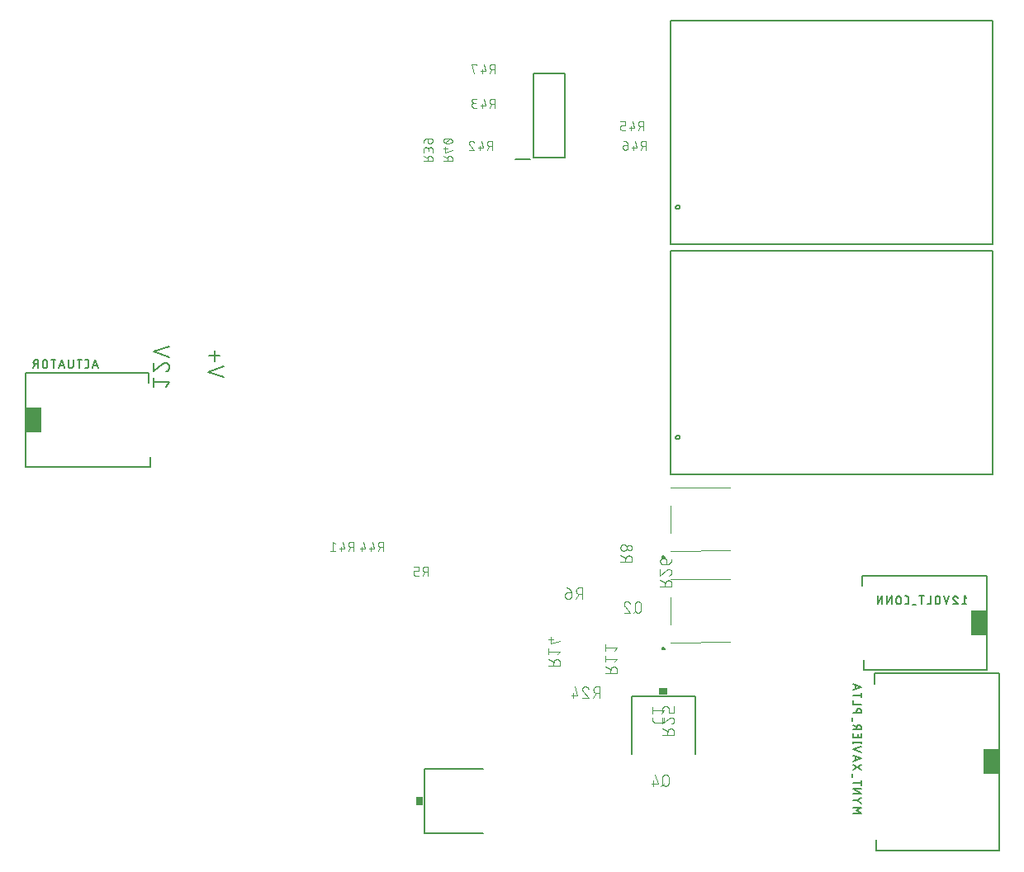
<source format=gbr>
G04 EAGLE Gerber RS-274X export*
G75*
%MOMM*%
%FSLAX34Y34*%
%LPD*%
%INSilkscreen Bottom*%
%IPPOS*%
%AMOC8*
5,1,8,0,0,1.08239X$1,22.5*%
G01*
%ADD10C,0.152400*%
%ADD11C,0.076200*%
%ADD12C,0.101600*%
%ADD13C,0.127000*%
%ADD14C,0.203200*%
%ADD15R,0.762000X0.863600*%
%ADD16R,0.863600X0.762000*%
%ADD17C,0.200000*%
%ADD18R,1.500000X2.500000*%
%ADD19C,0.177800*%
%ADD20C,0.100000*%
%ADD21C,0.200000*%


D10*
X160726Y580341D02*
X164338Y584857D01*
X148082Y584857D01*
X148082Y589372D02*
X148082Y580341D01*
X164338Y600940D02*
X164336Y601065D01*
X164330Y601190D01*
X164321Y601315D01*
X164307Y601439D01*
X164290Y601563D01*
X164269Y601687D01*
X164244Y601809D01*
X164215Y601931D01*
X164183Y602052D01*
X164147Y602172D01*
X164107Y602291D01*
X164064Y602408D01*
X164017Y602524D01*
X163966Y602639D01*
X163912Y602751D01*
X163854Y602863D01*
X163794Y602972D01*
X163729Y603079D01*
X163662Y603185D01*
X163591Y603288D01*
X163517Y603389D01*
X163440Y603488D01*
X163360Y603584D01*
X163277Y603678D01*
X163192Y603769D01*
X163103Y603858D01*
X163012Y603943D01*
X162918Y604026D01*
X162822Y604106D01*
X162723Y604183D01*
X162622Y604257D01*
X162519Y604328D01*
X162413Y604395D01*
X162306Y604460D01*
X162197Y604520D01*
X162085Y604578D01*
X161973Y604632D01*
X161858Y604683D01*
X161742Y604730D01*
X161625Y604773D01*
X161506Y604813D01*
X161386Y604849D01*
X161265Y604881D01*
X161143Y604910D01*
X161021Y604935D01*
X160897Y604956D01*
X160773Y604973D01*
X160649Y604987D01*
X160524Y604996D01*
X160399Y605002D01*
X160274Y605004D01*
X164338Y600940D02*
X164336Y600797D01*
X164330Y600655D01*
X164320Y600512D01*
X164307Y600370D01*
X164289Y600229D01*
X164268Y600087D01*
X164243Y599947D01*
X164214Y599807D01*
X164181Y599668D01*
X164144Y599530D01*
X164104Y599393D01*
X164060Y599258D01*
X164012Y599123D01*
X163960Y598990D01*
X163905Y598858D01*
X163846Y598728D01*
X163784Y598600D01*
X163718Y598473D01*
X163649Y598348D01*
X163577Y598225D01*
X163501Y598105D01*
X163422Y597986D01*
X163339Y597869D01*
X163254Y597755D01*
X163165Y597643D01*
X163074Y597534D01*
X162979Y597427D01*
X162882Y597322D01*
X162781Y597221D01*
X162678Y597122D01*
X162573Y597026D01*
X162464Y596933D01*
X162353Y596843D01*
X162240Y596756D01*
X162125Y596672D01*
X162007Y596592D01*
X161887Y596514D01*
X161765Y596440D01*
X161641Y596370D01*
X161515Y596302D01*
X161387Y596239D01*
X161258Y596178D01*
X161127Y596121D01*
X160995Y596068D01*
X160861Y596019D01*
X160726Y595973D01*
X157113Y603649D02*
X157205Y603743D01*
X157299Y603833D01*
X157396Y603921D01*
X157496Y604006D01*
X157598Y604088D01*
X157703Y604167D01*
X157810Y604242D01*
X157919Y604314D01*
X158030Y604383D01*
X158144Y604449D01*
X158259Y604511D01*
X158376Y604570D01*
X158495Y604625D01*
X158615Y604676D01*
X158737Y604724D01*
X158860Y604769D01*
X158984Y604809D01*
X159110Y604846D01*
X159237Y604879D01*
X159364Y604908D01*
X159493Y604934D01*
X159622Y604955D01*
X159752Y604973D01*
X159882Y604986D01*
X160012Y604996D01*
X160143Y605002D01*
X160274Y605004D01*
X157113Y603649D02*
X148082Y595973D01*
X148082Y605004D01*
X148082Y616119D02*
X164338Y610701D01*
X164338Y621538D02*
X148082Y616119D01*
X203962Y595461D02*
X220218Y590042D01*
X220218Y600879D02*
X203962Y595461D01*
X210284Y606715D02*
X210284Y617553D01*
X215702Y612134D02*
X204865Y612134D01*
D11*
X352679Y421259D02*
X352679Y411861D01*
X352679Y421259D02*
X350068Y421259D01*
X349967Y421257D01*
X349866Y421251D01*
X349765Y421241D01*
X349665Y421228D01*
X349565Y421210D01*
X349466Y421189D01*
X349368Y421163D01*
X349271Y421134D01*
X349175Y421102D01*
X349081Y421065D01*
X348988Y421025D01*
X348896Y420981D01*
X348807Y420934D01*
X348719Y420883D01*
X348633Y420829D01*
X348550Y420772D01*
X348468Y420712D01*
X348390Y420648D01*
X348313Y420582D01*
X348240Y420512D01*
X348169Y420440D01*
X348101Y420365D01*
X348036Y420287D01*
X347974Y420207D01*
X347915Y420125D01*
X347859Y420040D01*
X347807Y419954D01*
X347758Y419865D01*
X347712Y419774D01*
X347671Y419682D01*
X347632Y419588D01*
X347598Y419493D01*
X347567Y419397D01*
X347540Y419299D01*
X347516Y419201D01*
X347497Y419101D01*
X347481Y419001D01*
X347469Y418901D01*
X347461Y418800D01*
X347457Y418699D01*
X347457Y418597D01*
X347461Y418496D01*
X347469Y418395D01*
X347481Y418295D01*
X347497Y418195D01*
X347516Y418095D01*
X347540Y417997D01*
X347567Y417899D01*
X347598Y417803D01*
X347632Y417708D01*
X347671Y417614D01*
X347712Y417522D01*
X347758Y417431D01*
X347807Y417343D01*
X347859Y417256D01*
X347915Y417171D01*
X347974Y417089D01*
X348036Y417009D01*
X348101Y416931D01*
X348169Y416856D01*
X348240Y416784D01*
X348313Y416714D01*
X348390Y416648D01*
X348468Y416584D01*
X348550Y416524D01*
X348633Y416467D01*
X348719Y416413D01*
X348807Y416362D01*
X348896Y416315D01*
X348988Y416271D01*
X349081Y416231D01*
X349175Y416194D01*
X349271Y416162D01*
X349368Y416133D01*
X349466Y416107D01*
X349565Y416086D01*
X349665Y416068D01*
X349765Y416055D01*
X349866Y416045D01*
X349967Y416039D01*
X350068Y416037D01*
X350068Y416038D02*
X352679Y416038D01*
X349546Y416038D02*
X347458Y411861D01*
X343592Y413949D02*
X341504Y421259D01*
X343592Y413949D02*
X338371Y413949D01*
X339937Y416038D02*
X339937Y411861D01*
X334448Y419171D02*
X331838Y421259D01*
X331838Y411861D01*
X334448Y411861D02*
X329227Y411861D01*
X383159Y411861D02*
X383159Y421259D01*
X380548Y421259D01*
X380447Y421257D01*
X380346Y421251D01*
X380245Y421241D01*
X380145Y421228D01*
X380045Y421210D01*
X379946Y421189D01*
X379848Y421163D01*
X379751Y421134D01*
X379655Y421102D01*
X379561Y421065D01*
X379468Y421025D01*
X379376Y420981D01*
X379287Y420934D01*
X379199Y420883D01*
X379113Y420829D01*
X379030Y420772D01*
X378948Y420712D01*
X378870Y420648D01*
X378793Y420582D01*
X378720Y420512D01*
X378649Y420440D01*
X378581Y420365D01*
X378516Y420287D01*
X378454Y420207D01*
X378395Y420125D01*
X378339Y420040D01*
X378287Y419954D01*
X378238Y419865D01*
X378192Y419774D01*
X378151Y419682D01*
X378112Y419588D01*
X378078Y419493D01*
X378047Y419397D01*
X378020Y419299D01*
X377996Y419201D01*
X377977Y419101D01*
X377961Y419001D01*
X377949Y418901D01*
X377941Y418800D01*
X377937Y418699D01*
X377937Y418597D01*
X377941Y418496D01*
X377949Y418395D01*
X377961Y418295D01*
X377977Y418195D01*
X377996Y418095D01*
X378020Y417997D01*
X378047Y417899D01*
X378078Y417803D01*
X378112Y417708D01*
X378151Y417614D01*
X378192Y417522D01*
X378238Y417431D01*
X378287Y417343D01*
X378339Y417256D01*
X378395Y417171D01*
X378454Y417089D01*
X378516Y417009D01*
X378581Y416931D01*
X378649Y416856D01*
X378720Y416784D01*
X378793Y416714D01*
X378870Y416648D01*
X378948Y416584D01*
X379030Y416524D01*
X379113Y416467D01*
X379199Y416413D01*
X379287Y416362D01*
X379376Y416315D01*
X379468Y416271D01*
X379561Y416231D01*
X379655Y416194D01*
X379751Y416162D01*
X379848Y416133D01*
X379946Y416107D01*
X380045Y416086D01*
X380145Y416068D01*
X380245Y416055D01*
X380346Y416045D01*
X380447Y416039D01*
X380548Y416037D01*
X380548Y416038D02*
X383159Y416038D01*
X380026Y416038D02*
X377938Y411861D01*
X374072Y413949D02*
X371984Y421259D01*
X374072Y413949D02*
X368851Y413949D01*
X370417Y416038D02*
X370417Y411861D01*
X364928Y413949D02*
X362840Y421259D01*
X364928Y413949D02*
X359707Y413949D01*
X361273Y416038D02*
X361273Y411861D01*
X428879Y395859D02*
X428879Y386461D01*
X428879Y395859D02*
X426268Y395859D01*
X426167Y395857D01*
X426066Y395851D01*
X425965Y395841D01*
X425865Y395828D01*
X425765Y395810D01*
X425666Y395789D01*
X425568Y395763D01*
X425471Y395734D01*
X425375Y395702D01*
X425281Y395665D01*
X425188Y395625D01*
X425096Y395581D01*
X425007Y395534D01*
X424919Y395483D01*
X424833Y395429D01*
X424750Y395372D01*
X424668Y395312D01*
X424590Y395248D01*
X424513Y395182D01*
X424440Y395112D01*
X424369Y395040D01*
X424301Y394965D01*
X424236Y394887D01*
X424174Y394807D01*
X424115Y394725D01*
X424059Y394640D01*
X424007Y394554D01*
X423958Y394465D01*
X423912Y394374D01*
X423871Y394282D01*
X423832Y394188D01*
X423798Y394093D01*
X423767Y393997D01*
X423740Y393899D01*
X423716Y393801D01*
X423697Y393701D01*
X423681Y393601D01*
X423669Y393501D01*
X423661Y393400D01*
X423657Y393299D01*
X423657Y393197D01*
X423661Y393096D01*
X423669Y392995D01*
X423681Y392895D01*
X423697Y392795D01*
X423716Y392695D01*
X423740Y392597D01*
X423767Y392499D01*
X423798Y392403D01*
X423832Y392308D01*
X423871Y392214D01*
X423912Y392122D01*
X423958Y392031D01*
X424007Y391943D01*
X424059Y391856D01*
X424115Y391771D01*
X424174Y391689D01*
X424236Y391609D01*
X424301Y391531D01*
X424369Y391456D01*
X424440Y391384D01*
X424513Y391314D01*
X424590Y391248D01*
X424668Y391184D01*
X424750Y391124D01*
X424833Y391067D01*
X424919Y391013D01*
X425007Y390962D01*
X425096Y390915D01*
X425188Y390871D01*
X425281Y390831D01*
X425375Y390794D01*
X425471Y390762D01*
X425568Y390733D01*
X425666Y390707D01*
X425765Y390686D01*
X425865Y390668D01*
X425965Y390655D01*
X426066Y390645D01*
X426167Y390639D01*
X426268Y390637D01*
X426268Y390638D02*
X428879Y390638D01*
X425746Y390638D02*
X423658Y386461D01*
X419792Y386461D02*
X416659Y386461D01*
X416570Y386463D01*
X416482Y386469D01*
X416394Y386478D01*
X416306Y386491D01*
X416219Y386508D01*
X416133Y386528D01*
X416048Y386553D01*
X415963Y386580D01*
X415880Y386612D01*
X415799Y386646D01*
X415719Y386685D01*
X415641Y386726D01*
X415564Y386771D01*
X415490Y386819D01*
X415417Y386870D01*
X415347Y386924D01*
X415280Y386982D01*
X415214Y387042D01*
X415152Y387104D01*
X415092Y387170D01*
X415034Y387237D01*
X414980Y387307D01*
X414929Y387380D01*
X414881Y387454D01*
X414836Y387531D01*
X414795Y387609D01*
X414756Y387689D01*
X414722Y387770D01*
X414690Y387853D01*
X414663Y387938D01*
X414638Y388023D01*
X414618Y388109D01*
X414601Y388196D01*
X414588Y388284D01*
X414579Y388372D01*
X414573Y388460D01*
X414571Y388549D01*
X414571Y389594D01*
X414573Y389683D01*
X414579Y389771D01*
X414588Y389859D01*
X414601Y389947D01*
X414618Y390034D01*
X414638Y390120D01*
X414663Y390205D01*
X414690Y390290D01*
X414722Y390373D01*
X414756Y390454D01*
X414795Y390534D01*
X414836Y390612D01*
X414881Y390689D01*
X414929Y390763D01*
X414980Y390836D01*
X415034Y390906D01*
X415092Y390973D01*
X415152Y391039D01*
X415214Y391101D01*
X415280Y391161D01*
X415347Y391219D01*
X415417Y391273D01*
X415490Y391324D01*
X415564Y391372D01*
X415641Y391417D01*
X415719Y391458D01*
X415799Y391497D01*
X415880Y391531D01*
X415963Y391563D01*
X416048Y391590D01*
X416133Y391615D01*
X416219Y391635D01*
X416306Y391652D01*
X416394Y391665D01*
X416482Y391674D01*
X416570Y391680D01*
X416659Y391682D01*
X419792Y391682D01*
X419792Y395859D01*
X414571Y395859D01*
X649859Y843661D02*
X649859Y853059D01*
X647248Y853059D01*
X647147Y853057D01*
X647046Y853051D01*
X646945Y853041D01*
X646845Y853028D01*
X646745Y853010D01*
X646646Y852989D01*
X646548Y852963D01*
X646451Y852934D01*
X646355Y852902D01*
X646261Y852865D01*
X646168Y852825D01*
X646076Y852781D01*
X645987Y852734D01*
X645899Y852683D01*
X645813Y852629D01*
X645730Y852572D01*
X645648Y852512D01*
X645570Y852448D01*
X645493Y852382D01*
X645420Y852312D01*
X645349Y852240D01*
X645281Y852165D01*
X645216Y852087D01*
X645154Y852007D01*
X645095Y851925D01*
X645039Y851840D01*
X644987Y851754D01*
X644938Y851665D01*
X644892Y851574D01*
X644851Y851482D01*
X644812Y851388D01*
X644778Y851293D01*
X644747Y851197D01*
X644720Y851099D01*
X644696Y851001D01*
X644677Y850901D01*
X644661Y850801D01*
X644649Y850701D01*
X644641Y850600D01*
X644637Y850499D01*
X644637Y850397D01*
X644641Y850296D01*
X644649Y850195D01*
X644661Y850095D01*
X644677Y849995D01*
X644696Y849895D01*
X644720Y849797D01*
X644747Y849699D01*
X644778Y849603D01*
X644812Y849508D01*
X644851Y849414D01*
X644892Y849322D01*
X644938Y849231D01*
X644987Y849143D01*
X645039Y849056D01*
X645095Y848971D01*
X645154Y848889D01*
X645216Y848809D01*
X645281Y848731D01*
X645349Y848656D01*
X645420Y848584D01*
X645493Y848514D01*
X645570Y848448D01*
X645648Y848384D01*
X645730Y848324D01*
X645813Y848267D01*
X645899Y848213D01*
X645987Y848162D01*
X646076Y848115D01*
X646168Y848071D01*
X646261Y848031D01*
X646355Y847994D01*
X646451Y847962D01*
X646548Y847933D01*
X646646Y847907D01*
X646745Y847886D01*
X646845Y847868D01*
X646945Y847855D01*
X647046Y847845D01*
X647147Y847839D01*
X647248Y847837D01*
X647248Y847838D02*
X649859Y847838D01*
X646726Y847838D02*
X644638Y843661D01*
X640772Y845749D02*
X638684Y853059D01*
X640772Y845749D02*
X635551Y845749D01*
X637117Y847838D02*
X637117Y843661D01*
X631628Y843661D02*
X628495Y843661D01*
X628406Y843663D01*
X628318Y843669D01*
X628230Y843678D01*
X628142Y843691D01*
X628055Y843708D01*
X627969Y843728D01*
X627884Y843753D01*
X627799Y843780D01*
X627716Y843812D01*
X627635Y843846D01*
X627555Y843885D01*
X627477Y843926D01*
X627400Y843971D01*
X627326Y844019D01*
X627253Y844070D01*
X627183Y844124D01*
X627116Y844182D01*
X627050Y844242D01*
X626988Y844304D01*
X626928Y844370D01*
X626870Y844437D01*
X626816Y844507D01*
X626765Y844580D01*
X626717Y844654D01*
X626672Y844731D01*
X626631Y844809D01*
X626592Y844889D01*
X626558Y844970D01*
X626526Y845053D01*
X626499Y845138D01*
X626474Y845223D01*
X626454Y845309D01*
X626437Y845396D01*
X626424Y845484D01*
X626415Y845572D01*
X626409Y845660D01*
X626407Y845749D01*
X626407Y846794D01*
X626409Y846883D01*
X626415Y846971D01*
X626424Y847059D01*
X626437Y847147D01*
X626454Y847234D01*
X626474Y847320D01*
X626499Y847405D01*
X626526Y847490D01*
X626558Y847573D01*
X626592Y847654D01*
X626631Y847734D01*
X626672Y847812D01*
X626717Y847889D01*
X626765Y847963D01*
X626816Y848036D01*
X626870Y848106D01*
X626928Y848173D01*
X626988Y848239D01*
X627050Y848301D01*
X627116Y848361D01*
X627183Y848419D01*
X627253Y848473D01*
X627326Y848524D01*
X627400Y848572D01*
X627477Y848617D01*
X627555Y848658D01*
X627635Y848697D01*
X627716Y848731D01*
X627799Y848763D01*
X627884Y848790D01*
X627969Y848815D01*
X628055Y848835D01*
X628142Y848852D01*
X628230Y848865D01*
X628318Y848874D01*
X628406Y848880D01*
X628495Y848882D01*
X631628Y848882D01*
X631628Y853059D01*
X626407Y853059D01*
X652399Y832739D02*
X652399Y823341D01*
X652399Y832739D02*
X649788Y832739D01*
X649687Y832737D01*
X649586Y832731D01*
X649485Y832721D01*
X649385Y832708D01*
X649285Y832690D01*
X649186Y832669D01*
X649088Y832643D01*
X648991Y832614D01*
X648895Y832582D01*
X648801Y832545D01*
X648708Y832505D01*
X648616Y832461D01*
X648527Y832414D01*
X648439Y832363D01*
X648353Y832309D01*
X648270Y832252D01*
X648188Y832192D01*
X648110Y832128D01*
X648033Y832062D01*
X647960Y831992D01*
X647889Y831920D01*
X647821Y831845D01*
X647756Y831767D01*
X647694Y831687D01*
X647635Y831605D01*
X647579Y831520D01*
X647527Y831434D01*
X647478Y831345D01*
X647432Y831254D01*
X647391Y831162D01*
X647352Y831068D01*
X647318Y830973D01*
X647287Y830877D01*
X647260Y830779D01*
X647236Y830681D01*
X647217Y830581D01*
X647201Y830481D01*
X647189Y830381D01*
X647181Y830280D01*
X647177Y830179D01*
X647177Y830077D01*
X647181Y829976D01*
X647189Y829875D01*
X647201Y829775D01*
X647217Y829675D01*
X647236Y829575D01*
X647260Y829477D01*
X647287Y829379D01*
X647318Y829283D01*
X647352Y829188D01*
X647391Y829094D01*
X647432Y829002D01*
X647478Y828911D01*
X647527Y828823D01*
X647579Y828736D01*
X647635Y828651D01*
X647694Y828569D01*
X647756Y828489D01*
X647821Y828411D01*
X647889Y828336D01*
X647960Y828264D01*
X648033Y828194D01*
X648110Y828128D01*
X648188Y828064D01*
X648270Y828004D01*
X648353Y827947D01*
X648439Y827893D01*
X648527Y827842D01*
X648616Y827795D01*
X648708Y827751D01*
X648801Y827711D01*
X648895Y827674D01*
X648991Y827642D01*
X649088Y827613D01*
X649186Y827587D01*
X649285Y827566D01*
X649385Y827548D01*
X649485Y827535D01*
X649586Y827525D01*
X649687Y827519D01*
X649788Y827517D01*
X649788Y827518D02*
X652399Y827518D01*
X649266Y827518D02*
X647178Y823341D01*
X643312Y825429D02*
X641224Y832739D01*
X643312Y825429D02*
X638091Y825429D01*
X639657Y827518D02*
X639657Y823341D01*
X634168Y828562D02*
X631035Y828562D01*
X630946Y828560D01*
X630858Y828554D01*
X630770Y828545D01*
X630682Y828532D01*
X630595Y828515D01*
X630509Y828495D01*
X630424Y828470D01*
X630339Y828443D01*
X630256Y828411D01*
X630175Y828377D01*
X630095Y828338D01*
X630017Y828297D01*
X629940Y828252D01*
X629866Y828204D01*
X629793Y828153D01*
X629723Y828099D01*
X629656Y828041D01*
X629590Y827981D01*
X629528Y827919D01*
X629468Y827853D01*
X629410Y827786D01*
X629356Y827716D01*
X629305Y827643D01*
X629257Y827569D01*
X629212Y827492D01*
X629171Y827414D01*
X629132Y827334D01*
X629098Y827253D01*
X629066Y827170D01*
X629039Y827085D01*
X629014Y827000D01*
X628994Y826914D01*
X628977Y826827D01*
X628964Y826739D01*
X628955Y826651D01*
X628949Y826563D01*
X628947Y826474D01*
X628947Y825952D01*
X628949Y825851D01*
X628955Y825750D01*
X628965Y825649D01*
X628978Y825549D01*
X628996Y825449D01*
X629017Y825350D01*
X629043Y825252D01*
X629072Y825155D01*
X629104Y825059D01*
X629141Y824965D01*
X629181Y824872D01*
X629225Y824780D01*
X629272Y824691D01*
X629323Y824603D01*
X629377Y824517D01*
X629434Y824434D01*
X629494Y824352D01*
X629558Y824274D01*
X629624Y824197D01*
X629694Y824124D01*
X629766Y824053D01*
X629841Y823985D01*
X629919Y823920D01*
X629999Y823858D01*
X630081Y823799D01*
X630166Y823743D01*
X630253Y823691D01*
X630341Y823642D01*
X630432Y823596D01*
X630524Y823555D01*
X630618Y823516D01*
X630713Y823482D01*
X630809Y823451D01*
X630907Y823424D01*
X631005Y823400D01*
X631105Y823381D01*
X631205Y823365D01*
X631305Y823353D01*
X631406Y823345D01*
X631507Y823341D01*
X631609Y823341D01*
X631710Y823345D01*
X631811Y823353D01*
X631911Y823365D01*
X632011Y823381D01*
X632111Y823400D01*
X632209Y823424D01*
X632307Y823451D01*
X632403Y823482D01*
X632498Y823516D01*
X632592Y823555D01*
X632684Y823596D01*
X632775Y823642D01*
X632864Y823691D01*
X632950Y823743D01*
X633035Y823799D01*
X633117Y823858D01*
X633197Y823920D01*
X633275Y823985D01*
X633350Y824053D01*
X633422Y824124D01*
X633492Y824197D01*
X633558Y824274D01*
X633622Y824352D01*
X633682Y824434D01*
X633739Y824517D01*
X633793Y824603D01*
X633844Y824691D01*
X633891Y824780D01*
X633935Y824872D01*
X633975Y824965D01*
X634012Y825059D01*
X634044Y825155D01*
X634073Y825252D01*
X634099Y825350D01*
X634120Y825449D01*
X634138Y825549D01*
X634151Y825649D01*
X634161Y825750D01*
X634167Y825851D01*
X634169Y825952D01*
X634168Y825952D02*
X634168Y828562D01*
X634166Y828688D01*
X634160Y828814D01*
X634151Y828940D01*
X634138Y829065D01*
X634120Y829190D01*
X634100Y829315D01*
X634075Y829439D01*
X634047Y829562D01*
X634015Y829684D01*
X633979Y829805D01*
X633940Y829925D01*
X633897Y830043D01*
X633850Y830160D01*
X633800Y830276D01*
X633746Y830391D01*
X633690Y830503D01*
X633629Y830614D01*
X633566Y830723D01*
X633499Y830830D01*
X633429Y830935D01*
X633355Y831038D01*
X633279Y831138D01*
X633200Y831236D01*
X633118Y831332D01*
X633032Y831425D01*
X632945Y831516D01*
X632854Y831603D01*
X632761Y831689D01*
X632665Y831771D01*
X632567Y831850D01*
X632467Y831926D01*
X632364Y832000D01*
X632259Y832070D01*
X632152Y832137D01*
X632043Y832200D01*
X631932Y832261D01*
X631820Y832317D01*
X631705Y832371D01*
X631589Y832421D01*
X631472Y832468D01*
X631354Y832511D01*
X631234Y832550D01*
X631113Y832586D01*
X630991Y832618D01*
X630868Y832646D01*
X630744Y832671D01*
X630619Y832691D01*
X630494Y832709D01*
X630369Y832722D01*
X630243Y832731D01*
X630117Y832737D01*
X629991Y832739D01*
X433959Y811827D02*
X424561Y811827D01*
X433959Y811827D02*
X433959Y814438D01*
X433957Y814539D01*
X433951Y814640D01*
X433941Y814741D01*
X433928Y814841D01*
X433910Y814941D01*
X433889Y815040D01*
X433863Y815138D01*
X433834Y815235D01*
X433802Y815331D01*
X433765Y815425D01*
X433725Y815518D01*
X433681Y815610D01*
X433634Y815699D01*
X433583Y815787D01*
X433529Y815873D01*
X433472Y815956D01*
X433412Y816038D01*
X433348Y816116D01*
X433282Y816193D01*
X433212Y816266D01*
X433140Y816337D01*
X433065Y816405D01*
X432987Y816470D01*
X432907Y816532D01*
X432825Y816591D01*
X432740Y816647D01*
X432654Y816699D01*
X432565Y816748D01*
X432474Y816794D01*
X432382Y816835D01*
X432288Y816874D01*
X432193Y816908D01*
X432097Y816939D01*
X431999Y816966D01*
X431901Y816990D01*
X431801Y817009D01*
X431701Y817025D01*
X431601Y817037D01*
X431500Y817045D01*
X431399Y817049D01*
X431297Y817049D01*
X431196Y817045D01*
X431095Y817037D01*
X430995Y817025D01*
X430895Y817009D01*
X430795Y816990D01*
X430697Y816966D01*
X430599Y816939D01*
X430503Y816908D01*
X430408Y816874D01*
X430314Y816835D01*
X430222Y816794D01*
X430131Y816748D01*
X430043Y816699D01*
X429956Y816647D01*
X429871Y816591D01*
X429789Y816532D01*
X429709Y816470D01*
X429631Y816405D01*
X429556Y816337D01*
X429484Y816266D01*
X429414Y816193D01*
X429348Y816116D01*
X429284Y816038D01*
X429224Y815956D01*
X429167Y815873D01*
X429113Y815787D01*
X429062Y815699D01*
X429015Y815610D01*
X428971Y815518D01*
X428931Y815425D01*
X428894Y815331D01*
X428862Y815235D01*
X428833Y815138D01*
X428807Y815040D01*
X428786Y814941D01*
X428768Y814841D01*
X428755Y814741D01*
X428745Y814640D01*
X428739Y814539D01*
X428737Y814438D01*
X428738Y814438D02*
X428738Y811827D01*
X428738Y814960D02*
X424561Y817048D01*
X424561Y820914D02*
X424561Y823524D01*
X424563Y823625D01*
X424569Y823726D01*
X424579Y823827D01*
X424592Y823927D01*
X424610Y824027D01*
X424631Y824126D01*
X424657Y824224D01*
X424686Y824321D01*
X424718Y824417D01*
X424755Y824511D01*
X424795Y824604D01*
X424839Y824696D01*
X424886Y824785D01*
X424937Y824873D01*
X424991Y824959D01*
X425048Y825042D01*
X425108Y825124D01*
X425172Y825202D01*
X425238Y825279D01*
X425308Y825352D01*
X425380Y825423D01*
X425455Y825491D01*
X425533Y825556D01*
X425613Y825618D01*
X425695Y825677D01*
X425780Y825733D01*
X425867Y825785D01*
X425955Y825834D01*
X426046Y825880D01*
X426138Y825921D01*
X426232Y825960D01*
X426327Y825994D01*
X426423Y826025D01*
X426521Y826052D01*
X426619Y826076D01*
X426719Y826095D01*
X426819Y826111D01*
X426919Y826123D01*
X427020Y826131D01*
X427121Y826135D01*
X427223Y826135D01*
X427324Y826131D01*
X427425Y826123D01*
X427525Y826111D01*
X427625Y826095D01*
X427725Y826076D01*
X427823Y826052D01*
X427921Y826025D01*
X428017Y825994D01*
X428112Y825960D01*
X428206Y825921D01*
X428298Y825880D01*
X428389Y825834D01*
X428478Y825785D01*
X428564Y825733D01*
X428649Y825677D01*
X428731Y825618D01*
X428811Y825556D01*
X428889Y825491D01*
X428964Y825423D01*
X429036Y825352D01*
X429106Y825279D01*
X429172Y825202D01*
X429236Y825124D01*
X429296Y825042D01*
X429353Y824959D01*
X429407Y824873D01*
X429458Y824785D01*
X429505Y824696D01*
X429549Y824604D01*
X429589Y824511D01*
X429626Y824417D01*
X429658Y824321D01*
X429687Y824224D01*
X429713Y824126D01*
X429734Y824027D01*
X429752Y823927D01*
X429765Y823827D01*
X429775Y823726D01*
X429781Y823625D01*
X429783Y823524D01*
X433959Y824047D02*
X433959Y820914D01*
X433959Y824047D02*
X433957Y824137D01*
X433951Y824226D01*
X433942Y824316D01*
X433928Y824405D01*
X433911Y824493D01*
X433890Y824580D01*
X433865Y824667D01*
X433836Y824752D01*
X433804Y824836D01*
X433769Y824918D01*
X433729Y824999D01*
X433687Y825078D01*
X433641Y825155D01*
X433591Y825230D01*
X433539Y825303D01*
X433483Y825374D01*
X433425Y825442D01*
X433363Y825507D01*
X433299Y825570D01*
X433232Y825630D01*
X433163Y825687D01*
X433091Y825741D01*
X433017Y825792D01*
X432941Y825840D01*
X432863Y825884D01*
X432783Y825925D01*
X432701Y825963D01*
X432618Y825997D01*
X432533Y826027D01*
X432447Y826054D01*
X432361Y826077D01*
X432273Y826096D01*
X432184Y826111D01*
X432095Y826123D01*
X432006Y826131D01*
X431916Y826135D01*
X431826Y826135D01*
X431736Y826131D01*
X431647Y826123D01*
X431558Y826111D01*
X431469Y826096D01*
X431381Y826077D01*
X431295Y826054D01*
X431209Y826027D01*
X431124Y825997D01*
X431041Y825963D01*
X430959Y825925D01*
X430879Y825884D01*
X430801Y825840D01*
X430725Y825792D01*
X430651Y825741D01*
X430579Y825687D01*
X430510Y825630D01*
X430443Y825570D01*
X430379Y825507D01*
X430317Y825442D01*
X430259Y825374D01*
X430203Y825303D01*
X430151Y825230D01*
X430101Y825155D01*
X430055Y825078D01*
X430013Y824999D01*
X429973Y824918D01*
X429938Y824836D01*
X429906Y824752D01*
X429877Y824667D01*
X429852Y824580D01*
X429831Y824493D01*
X429814Y824405D01*
X429800Y824316D01*
X429791Y824226D01*
X429785Y824137D01*
X429783Y824047D01*
X429782Y824047D02*
X429782Y821958D01*
X428738Y832146D02*
X428738Y835279D01*
X428738Y832146D02*
X428740Y832057D01*
X428746Y831969D01*
X428755Y831881D01*
X428768Y831793D01*
X428785Y831706D01*
X428805Y831620D01*
X428830Y831535D01*
X428857Y831450D01*
X428889Y831367D01*
X428923Y831286D01*
X428962Y831206D01*
X429003Y831128D01*
X429048Y831051D01*
X429096Y830977D01*
X429147Y830904D01*
X429201Y830834D01*
X429259Y830767D01*
X429319Y830701D01*
X429381Y830639D01*
X429447Y830579D01*
X429514Y830521D01*
X429584Y830467D01*
X429657Y830416D01*
X429731Y830368D01*
X429808Y830323D01*
X429886Y830282D01*
X429966Y830243D01*
X430047Y830209D01*
X430130Y830177D01*
X430215Y830150D01*
X430300Y830125D01*
X430386Y830105D01*
X430473Y830088D01*
X430561Y830075D01*
X430649Y830066D01*
X430737Y830060D01*
X430826Y830058D01*
X431348Y830058D01*
X431348Y830057D02*
X431449Y830059D01*
X431550Y830065D01*
X431651Y830075D01*
X431751Y830088D01*
X431851Y830106D01*
X431950Y830127D01*
X432048Y830153D01*
X432145Y830182D01*
X432241Y830214D01*
X432335Y830251D01*
X432428Y830291D01*
X432520Y830335D01*
X432609Y830382D01*
X432697Y830433D01*
X432783Y830487D01*
X432866Y830544D01*
X432948Y830604D01*
X433026Y830668D01*
X433103Y830734D01*
X433176Y830804D01*
X433247Y830876D01*
X433315Y830951D01*
X433380Y831029D01*
X433442Y831109D01*
X433501Y831191D01*
X433557Y831276D01*
X433609Y831363D01*
X433658Y831451D01*
X433704Y831542D01*
X433745Y831634D01*
X433784Y831728D01*
X433818Y831823D01*
X433849Y831919D01*
X433876Y832017D01*
X433900Y832115D01*
X433919Y832215D01*
X433935Y832315D01*
X433947Y832415D01*
X433955Y832516D01*
X433959Y832617D01*
X433959Y832719D01*
X433955Y832820D01*
X433947Y832921D01*
X433935Y833021D01*
X433919Y833121D01*
X433900Y833221D01*
X433876Y833319D01*
X433849Y833417D01*
X433818Y833513D01*
X433784Y833608D01*
X433745Y833702D01*
X433704Y833794D01*
X433658Y833885D01*
X433609Y833974D01*
X433557Y834060D01*
X433501Y834145D01*
X433442Y834227D01*
X433380Y834307D01*
X433315Y834385D01*
X433247Y834460D01*
X433176Y834532D01*
X433103Y834602D01*
X433026Y834668D01*
X432948Y834732D01*
X432866Y834792D01*
X432783Y834849D01*
X432697Y834903D01*
X432609Y834954D01*
X432520Y835001D01*
X432428Y835045D01*
X432335Y835085D01*
X432241Y835122D01*
X432145Y835154D01*
X432048Y835183D01*
X431950Y835209D01*
X431851Y835230D01*
X431751Y835248D01*
X431651Y835261D01*
X431550Y835271D01*
X431449Y835277D01*
X431348Y835279D01*
X428738Y835279D01*
X428612Y835277D01*
X428486Y835271D01*
X428360Y835262D01*
X428235Y835249D01*
X428110Y835231D01*
X427985Y835211D01*
X427861Y835186D01*
X427738Y835158D01*
X427616Y835126D01*
X427495Y835090D01*
X427375Y835051D01*
X427257Y835008D01*
X427140Y834961D01*
X427024Y834911D01*
X426909Y834857D01*
X426797Y834801D01*
X426686Y834740D01*
X426577Y834677D01*
X426470Y834610D01*
X426365Y834540D01*
X426262Y834466D01*
X426162Y834390D01*
X426064Y834311D01*
X425968Y834229D01*
X425875Y834143D01*
X425784Y834056D01*
X425697Y833965D01*
X425611Y833872D01*
X425529Y833776D01*
X425450Y833678D01*
X425374Y833578D01*
X425300Y833475D01*
X425230Y833370D01*
X425163Y833263D01*
X425100Y833154D01*
X425039Y833043D01*
X424983Y832931D01*
X424929Y832816D01*
X424879Y832700D01*
X424832Y832583D01*
X424789Y832465D01*
X424750Y832345D01*
X424714Y832224D01*
X424682Y832102D01*
X424654Y831979D01*
X424629Y831855D01*
X424609Y831730D01*
X424591Y831605D01*
X424578Y831480D01*
X424569Y831354D01*
X424563Y831228D01*
X424561Y831102D01*
X444881Y811827D02*
X454279Y811827D01*
X454279Y814438D01*
X454277Y814539D01*
X454271Y814640D01*
X454261Y814741D01*
X454248Y814841D01*
X454230Y814941D01*
X454209Y815040D01*
X454183Y815138D01*
X454154Y815235D01*
X454122Y815331D01*
X454085Y815425D01*
X454045Y815518D01*
X454001Y815610D01*
X453954Y815699D01*
X453903Y815787D01*
X453849Y815873D01*
X453792Y815956D01*
X453732Y816038D01*
X453668Y816116D01*
X453602Y816193D01*
X453532Y816266D01*
X453460Y816337D01*
X453385Y816405D01*
X453307Y816470D01*
X453227Y816532D01*
X453145Y816591D01*
X453060Y816647D01*
X452974Y816699D01*
X452885Y816748D01*
X452794Y816794D01*
X452702Y816835D01*
X452608Y816874D01*
X452513Y816908D01*
X452417Y816939D01*
X452319Y816966D01*
X452221Y816990D01*
X452121Y817009D01*
X452021Y817025D01*
X451921Y817037D01*
X451820Y817045D01*
X451719Y817049D01*
X451617Y817049D01*
X451516Y817045D01*
X451415Y817037D01*
X451315Y817025D01*
X451215Y817009D01*
X451115Y816990D01*
X451017Y816966D01*
X450919Y816939D01*
X450823Y816908D01*
X450728Y816874D01*
X450634Y816835D01*
X450542Y816794D01*
X450451Y816748D01*
X450363Y816699D01*
X450276Y816647D01*
X450191Y816591D01*
X450109Y816532D01*
X450029Y816470D01*
X449951Y816405D01*
X449876Y816337D01*
X449804Y816266D01*
X449734Y816193D01*
X449668Y816116D01*
X449604Y816038D01*
X449544Y815956D01*
X449487Y815873D01*
X449433Y815787D01*
X449382Y815699D01*
X449335Y815610D01*
X449291Y815518D01*
X449251Y815425D01*
X449214Y815331D01*
X449182Y815235D01*
X449153Y815138D01*
X449127Y815040D01*
X449106Y814941D01*
X449088Y814841D01*
X449075Y814741D01*
X449065Y814640D01*
X449059Y814539D01*
X449057Y814438D01*
X449058Y814438D02*
X449058Y811827D01*
X449058Y814960D02*
X444881Y817048D01*
X446969Y820914D02*
X454279Y823002D01*
X446969Y820914D02*
X446969Y826135D01*
X449058Y824569D02*
X444881Y824569D01*
X449580Y830058D02*
X449765Y830060D01*
X449950Y830067D01*
X450134Y830078D01*
X450318Y830093D01*
X450502Y830113D01*
X450686Y830137D01*
X450868Y830166D01*
X451050Y830199D01*
X451231Y830236D01*
X451411Y830278D01*
X451591Y830324D01*
X451769Y830374D01*
X451945Y830428D01*
X452121Y830487D01*
X452295Y830549D01*
X452467Y830616D01*
X452638Y830687D01*
X452807Y830762D01*
X452974Y830841D01*
X452974Y830840D02*
X453054Y830870D01*
X453133Y830903D01*
X453210Y830940D01*
X453286Y830980D01*
X453360Y831023D01*
X453432Y831069D01*
X453501Y831119D01*
X453569Y831171D01*
X453634Y831227D01*
X453697Y831285D01*
X453756Y831347D01*
X453814Y831410D01*
X453868Y831477D01*
X453919Y831545D01*
X453967Y831616D01*
X454012Y831689D01*
X454054Y831763D01*
X454092Y831840D01*
X454127Y831918D01*
X454159Y831997D01*
X454187Y832078D01*
X454211Y832160D01*
X454232Y832244D01*
X454249Y832327D01*
X454262Y832412D01*
X454271Y832497D01*
X454277Y832582D01*
X454279Y832668D01*
X454277Y832754D01*
X454271Y832839D01*
X454262Y832924D01*
X454249Y833009D01*
X454232Y833092D01*
X454211Y833176D01*
X454187Y833258D01*
X454159Y833339D01*
X454127Y833418D01*
X454092Y833496D01*
X454054Y833573D01*
X454012Y833647D01*
X453967Y833720D01*
X453919Y833791D01*
X453868Y833859D01*
X453814Y833926D01*
X453756Y833989D01*
X453697Y834051D01*
X453634Y834109D01*
X453569Y834165D01*
X453501Y834217D01*
X453432Y834267D01*
X453360Y834313D01*
X453286Y834356D01*
X453210Y834396D01*
X453133Y834433D01*
X453054Y834466D01*
X452974Y834496D01*
X452807Y834575D01*
X452638Y834650D01*
X452467Y834721D01*
X452295Y834788D01*
X452121Y834850D01*
X451945Y834909D01*
X451769Y834963D01*
X451591Y835013D01*
X451411Y835059D01*
X451231Y835101D01*
X451050Y835138D01*
X450868Y835171D01*
X450686Y835200D01*
X450502Y835224D01*
X450318Y835244D01*
X450134Y835259D01*
X449950Y835270D01*
X449765Y835277D01*
X449580Y835279D01*
X449580Y830058D02*
X449395Y830060D01*
X449210Y830067D01*
X449026Y830078D01*
X448842Y830093D01*
X448658Y830113D01*
X448474Y830137D01*
X448292Y830166D01*
X448110Y830199D01*
X447929Y830236D01*
X447749Y830278D01*
X447569Y830324D01*
X447391Y830374D01*
X447215Y830428D01*
X447039Y830487D01*
X446865Y830549D01*
X446693Y830616D01*
X446522Y830687D01*
X446353Y830762D01*
X446186Y830841D01*
X446186Y830840D02*
X446106Y830870D01*
X446027Y830903D01*
X445950Y830940D01*
X445874Y830980D01*
X445800Y831023D01*
X445728Y831069D01*
X445659Y831119D01*
X445591Y831172D01*
X445526Y831227D01*
X445463Y831286D01*
X445404Y831347D01*
X445346Y831410D01*
X445292Y831477D01*
X445241Y831545D01*
X445193Y831616D01*
X445148Y831689D01*
X445106Y831763D01*
X445068Y831840D01*
X445033Y831918D01*
X445001Y831997D01*
X444973Y832078D01*
X444949Y832160D01*
X444928Y832244D01*
X444911Y832327D01*
X444898Y832412D01*
X444889Y832497D01*
X444883Y832582D01*
X444881Y832668D01*
X446186Y834496D02*
X446353Y834575D01*
X446522Y834650D01*
X446693Y834721D01*
X446865Y834788D01*
X447039Y834850D01*
X447215Y834909D01*
X447391Y834963D01*
X447569Y835013D01*
X447749Y835059D01*
X447929Y835101D01*
X448110Y835138D01*
X448292Y835171D01*
X448474Y835200D01*
X448658Y835224D01*
X448842Y835244D01*
X449026Y835259D01*
X449210Y835270D01*
X449395Y835277D01*
X449580Y835279D01*
X446186Y834496D02*
X446106Y834466D01*
X446027Y834433D01*
X445950Y834396D01*
X445874Y834356D01*
X445800Y834313D01*
X445728Y834267D01*
X445659Y834217D01*
X445591Y834165D01*
X445526Y834109D01*
X445463Y834051D01*
X445404Y833989D01*
X445346Y833926D01*
X445292Y833859D01*
X445241Y833791D01*
X445193Y833720D01*
X445148Y833647D01*
X445106Y833573D01*
X445068Y833496D01*
X445033Y833418D01*
X445001Y833339D01*
X444973Y833258D01*
X444949Y833176D01*
X444928Y833092D01*
X444911Y833009D01*
X444898Y832924D01*
X444889Y832839D01*
X444883Y832754D01*
X444881Y832668D01*
X446969Y830580D02*
X452191Y834757D01*
X497459Y902081D02*
X497459Y911479D01*
X494848Y911479D01*
X494747Y911477D01*
X494646Y911471D01*
X494545Y911461D01*
X494445Y911448D01*
X494345Y911430D01*
X494246Y911409D01*
X494148Y911383D01*
X494051Y911354D01*
X493955Y911322D01*
X493861Y911285D01*
X493768Y911245D01*
X493676Y911201D01*
X493587Y911154D01*
X493499Y911103D01*
X493413Y911049D01*
X493330Y910992D01*
X493248Y910932D01*
X493170Y910868D01*
X493093Y910802D01*
X493020Y910732D01*
X492949Y910660D01*
X492881Y910585D01*
X492816Y910507D01*
X492754Y910427D01*
X492695Y910345D01*
X492639Y910260D01*
X492587Y910174D01*
X492538Y910085D01*
X492492Y909994D01*
X492451Y909902D01*
X492412Y909808D01*
X492378Y909713D01*
X492347Y909617D01*
X492320Y909519D01*
X492296Y909421D01*
X492277Y909321D01*
X492261Y909221D01*
X492249Y909121D01*
X492241Y909020D01*
X492237Y908919D01*
X492237Y908817D01*
X492241Y908716D01*
X492249Y908615D01*
X492261Y908515D01*
X492277Y908415D01*
X492296Y908315D01*
X492320Y908217D01*
X492347Y908119D01*
X492378Y908023D01*
X492412Y907928D01*
X492451Y907834D01*
X492492Y907742D01*
X492538Y907651D01*
X492587Y907563D01*
X492639Y907476D01*
X492695Y907391D01*
X492754Y907309D01*
X492816Y907229D01*
X492881Y907151D01*
X492949Y907076D01*
X493020Y907004D01*
X493093Y906934D01*
X493170Y906868D01*
X493248Y906804D01*
X493330Y906744D01*
X493413Y906687D01*
X493499Y906633D01*
X493587Y906582D01*
X493676Y906535D01*
X493768Y906491D01*
X493861Y906451D01*
X493955Y906414D01*
X494051Y906382D01*
X494148Y906353D01*
X494246Y906327D01*
X494345Y906306D01*
X494445Y906288D01*
X494545Y906275D01*
X494646Y906265D01*
X494747Y906259D01*
X494848Y906257D01*
X494848Y906258D02*
X497459Y906258D01*
X494326Y906258D02*
X492238Y902081D01*
X488372Y904169D02*
X486284Y911479D01*
X488372Y904169D02*
X483151Y904169D01*
X484717Y906258D02*
X484717Y902081D01*
X479228Y910435D02*
X479228Y911479D01*
X474007Y911479D01*
X476618Y902081D01*
X497459Y875919D02*
X497459Y866521D01*
X497459Y875919D02*
X494848Y875919D01*
X494747Y875917D01*
X494646Y875911D01*
X494545Y875901D01*
X494445Y875888D01*
X494345Y875870D01*
X494246Y875849D01*
X494148Y875823D01*
X494051Y875794D01*
X493955Y875762D01*
X493861Y875725D01*
X493768Y875685D01*
X493676Y875641D01*
X493587Y875594D01*
X493499Y875543D01*
X493413Y875489D01*
X493330Y875432D01*
X493248Y875372D01*
X493170Y875308D01*
X493093Y875242D01*
X493020Y875172D01*
X492949Y875100D01*
X492881Y875025D01*
X492816Y874947D01*
X492754Y874867D01*
X492695Y874785D01*
X492639Y874700D01*
X492587Y874614D01*
X492538Y874525D01*
X492492Y874434D01*
X492451Y874342D01*
X492412Y874248D01*
X492378Y874153D01*
X492347Y874057D01*
X492320Y873959D01*
X492296Y873861D01*
X492277Y873761D01*
X492261Y873661D01*
X492249Y873561D01*
X492241Y873460D01*
X492237Y873359D01*
X492237Y873257D01*
X492241Y873156D01*
X492249Y873055D01*
X492261Y872955D01*
X492277Y872855D01*
X492296Y872755D01*
X492320Y872657D01*
X492347Y872559D01*
X492378Y872463D01*
X492412Y872368D01*
X492451Y872274D01*
X492492Y872182D01*
X492538Y872091D01*
X492587Y872003D01*
X492639Y871916D01*
X492695Y871831D01*
X492754Y871749D01*
X492816Y871669D01*
X492881Y871591D01*
X492949Y871516D01*
X493020Y871444D01*
X493093Y871374D01*
X493170Y871308D01*
X493248Y871244D01*
X493330Y871184D01*
X493413Y871127D01*
X493499Y871073D01*
X493587Y871022D01*
X493676Y870975D01*
X493768Y870931D01*
X493861Y870891D01*
X493955Y870854D01*
X494051Y870822D01*
X494148Y870793D01*
X494246Y870767D01*
X494345Y870746D01*
X494445Y870728D01*
X494545Y870715D01*
X494646Y870705D01*
X494747Y870699D01*
X494848Y870697D01*
X494848Y870698D02*
X497459Y870698D01*
X494326Y870698D02*
X492238Y866521D01*
X488372Y868609D02*
X486284Y875919D01*
X488372Y868609D02*
X483151Y868609D01*
X484717Y870698D02*
X484717Y866521D01*
X479228Y866521D02*
X476618Y866521D01*
X476517Y866523D01*
X476416Y866529D01*
X476315Y866539D01*
X476215Y866552D01*
X476115Y866570D01*
X476016Y866591D01*
X475918Y866617D01*
X475821Y866646D01*
X475725Y866678D01*
X475631Y866715D01*
X475538Y866755D01*
X475446Y866799D01*
X475357Y866846D01*
X475269Y866897D01*
X475183Y866951D01*
X475100Y867008D01*
X475018Y867068D01*
X474940Y867132D01*
X474863Y867198D01*
X474790Y867268D01*
X474719Y867340D01*
X474651Y867415D01*
X474586Y867493D01*
X474524Y867573D01*
X474465Y867655D01*
X474409Y867740D01*
X474357Y867827D01*
X474308Y867915D01*
X474262Y868006D01*
X474221Y868098D01*
X474182Y868192D01*
X474148Y868287D01*
X474117Y868383D01*
X474090Y868481D01*
X474066Y868579D01*
X474047Y868679D01*
X474031Y868779D01*
X474019Y868879D01*
X474011Y868980D01*
X474007Y869081D01*
X474007Y869183D01*
X474011Y869284D01*
X474019Y869385D01*
X474031Y869485D01*
X474047Y869585D01*
X474066Y869685D01*
X474090Y869783D01*
X474117Y869881D01*
X474148Y869977D01*
X474182Y870072D01*
X474221Y870166D01*
X474262Y870258D01*
X474308Y870349D01*
X474357Y870438D01*
X474409Y870524D01*
X474465Y870609D01*
X474524Y870691D01*
X474586Y870771D01*
X474651Y870849D01*
X474719Y870924D01*
X474790Y870996D01*
X474863Y871066D01*
X474940Y871132D01*
X475018Y871196D01*
X475100Y871256D01*
X475183Y871313D01*
X475269Y871367D01*
X475357Y871418D01*
X475446Y871465D01*
X475538Y871509D01*
X475631Y871549D01*
X475725Y871586D01*
X475821Y871618D01*
X475918Y871647D01*
X476016Y871673D01*
X476115Y871694D01*
X476215Y871712D01*
X476315Y871725D01*
X476416Y871735D01*
X476517Y871741D01*
X476618Y871743D01*
X476095Y875919D02*
X479228Y875919D01*
X476095Y875919D02*
X476005Y875917D01*
X475916Y875911D01*
X475826Y875902D01*
X475737Y875888D01*
X475649Y875871D01*
X475562Y875850D01*
X475475Y875825D01*
X475390Y875796D01*
X475306Y875764D01*
X475224Y875729D01*
X475143Y875689D01*
X475064Y875647D01*
X474987Y875601D01*
X474912Y875551D01*
X474839Y875499D01*
X474768Y875443D01*
X474700Y875385D01*
X474635Y875323D01*
X474572Y875259D01*
X474512Y875192D01*
X474455Y875123D01*
X474401Y875051D01*
X474350Y874977D01*
X474302Y874901D01*
X474258Y874823D01*
X474217Y874743D01*
X474179Y874661D01*
X474145Y874578D01*
X474115Y874493D01*
X474088Y874407D01*
X474065Y874321D01*
X474046Y874233D01*
X474031Y874144D01*
X474019Y874055D01*
X474011Y873966D01*
X474007Y873876D01*
X474007Y873786D01*
X474011Y873696D01*
X474019Y873607D01*
X474031Y873518D01*
X474046Y873429D01*
X474065Y873341D01*
X474088Y873255D01*
X474115Y873169D01*
X474145Y873084D01*
X474179Y873001D01*
X474217Y872919D01*
X474258Y872839D01*
X474302Y872761D01*
X474350Y872685D01*
X474401Y872611D01*
X474455Y872539D01*
X474512Y872470D01*
X474572Y872403D01*
X474635Y872339D01*
X474700Y872277D01*
X474768Y872219D01*
X474839Y872163D01*
X474912Y872111D01*
X474987Y872061D01*
X475064Y872015D01*
X475143Y871973D01*
X475224Y871933D01*
X475306Y871898D01*
X475390Y871866D01*
X475475Y871837D01*
X475562Y871812D01*
X475649Y871791D01*
X475737Y871774D01*
X475826Y871760D01*
X475916Y871751D01*
X476005Y871745D01*
X476095Y871743D01*
X476095Y871742D02*
X478184Y871742D01*
X494919Y832739D02*
X494919Y823341D01*
X494919Y832739D02*
X492308Y832739D01*
X492207Y832737D01*
X492106Y832731D01*
X492005Y832721D01*
X491905Y832708D01*
X491805Y832690D01*
X491706Y832669D01*
X491608Y832643D01*
X491511Y832614D01*
X491415Y832582D01*
X491321Y832545D01*
X491228Y832505D01*
X491136Y832461D01*
X491047Y832414D01*
X490959Y832363D01*
X490873Y832309D01*
X490790Y832252D01*
X490708Y832192D01*
X490630Y832128D01*
X490553Y832062D01*
X490480Y831992D01*
X490409Y831920D01*
X490341Y831845D01*
X490276Y831767D01*
X490214Y831687D01*
X490155Y831605D01*
X490099Y831520D01*
X490047Y831434D01*
X489998Y831345D01*
X489952Y831254D01*
X489911Y831162D01*
X489872Y831068D01*
X489838Y830973D01*
X489807Y830877D01*
X489780Y830779D01*
X489756Y830681D01*
X489737Y830581D01*
X489721Y830481D01*
X489709Y830381D01*
X489701Y830280D01*
X489697Y830179D01*
X489697Y830077D01*
X489701Y829976D01*
X489709Y829875D01*
X489721Y829775D01*
X489737Y829675D01*
X489756Y829575D01*
X489780Y829477D01*
X489807Y829379D01*
X489838Y829283D01*
X489872Y829188D01*
X489911Y829094D01*
X489952Y829002D01*
X489998Y828911D01*
X490047Y828823D01*
X490099Y828736D01*
X490155Y828651D01*
X490214Y828569D01*
X490276Y828489D01*
X490341Y828411D01*
X490409Y828336D01*
X490480Y828264D01*
X490553Y828194D01*
X490630Y828128D01*
X490708Y828064D01*
X490790Y828004D01*
X490873Y827947D01*
X490959Y827893D01*
X491047Y827842D01*
X491136Y827795D01*
X491228Y827751D01*
X491321Y827711D01*
X491415Y827674D01*
X491511Y827642D01*
X491608Y827613D01*
X491706Y827587D01*
X491805Y827566D01*
X491905Y827548D01*
X492005Y827535D01*
X492106Y827525D01*
X492207Y827519D01*
X492308Y827517D01*
X492308Y827518D02*
X494919Y827518D01*
X491786Y827518D02*
X489698Y823341D01*
X485832Y825429D02*
X483744Y832739D01*
X485832Y825429D02*
X480611Y825429D01*
X482177Y827518D02*
X482177Y823341D01*
X473817Y832740D02*
X473722Y832738D01*
X473628Y832732D01*
X473534Y832723D01*
X473440Y832710D01*
X473347Y832693D01*
X473255Y832672D01*
X473163Y832647D01*
X473073Y832619D01*
X472984Y832587D01*
X472896Y832552D01*
X472810Y832513D01*
X472725Y832471D01*
X472642Y832425D01*
X472561Y832376D01*
X472482Y832324D01*
X472405Y832269D01*
X472331Y832210D01*
X472259Y832149D01*
X472189Y832085D01*
X472122Y832018D01*
X472058Y831948D01*
X471997Y831876D01*
X471938Y831802D01*
X471883Y831725D01*
X471831Y831646D01*
X471782Y831565D01*
X471736Y831482D01*
X471694Y831397D01*
X471655Y831311D01*
X471620Y831223D01*
X471588Y831134D01*
X471560Y831044D01*
X471535Y830952D01*
X471514Y830860D01*
X471497Y830767D01*
X471484Y830673D01*
X471475Y830579D01*
X471469Y830485D01*
X471467Y830390D01*
X473817Y832739D02*
X473925Y832737D01*
X474034Y832731D01*
X474142Y832721D01*
X474249Y832708D01*
X474356Y832690D01*
X474463Y832669D01*
X474568Y832644D01*
X474673Y832615D01*
X474776Y832583D01*
X474878Y832546D01*
X474979Y832506D01*
X475078Y832463D01*
X475176Y832416D01*
X475272Y832365D01*
X475366Y832311D01*
X475458Y832254D01*
X475548Y832193D01*
X475636Y832129D01*
X475721Y832063D01*
X475804Y831993D01*
X475884Y831920D01*
X475962Y831844D01*
X476037Y831766D01*
X476109Y831685D01*
X476178Y831601D01*
X476244Y831515D01*
X476307Y831427D01*
X476366Y831336D01*
X476423Y831244D01*
X476476Y831149D01*
X476525Y831052D01*
X476571Y830954D01*
X476614Y830855D01*
X476653Y830753D01*
X476688Y830651D01*
X472250Y828562D02*
X472181Y828631D01*
X472115Y828702D01*
X472051Y828775D01*
X471990Y828851D01*
X471932Y828930D01*
X471878Y829010D01*
X471826Y829093D01*
X471778Y829177D01*
X471732Y829263D01*
X471691Y829351D01*
X471652Y829441D01*
X471617Y829532D01*
X471586Y829624D01*
X471558Y829717D01*
X471534Y829811D01*
X471514Y829906D01*
X471497Y830002D01*
X471484Y830099D01*
X471475Y830196D01*
X471469Y830293D01*
X471467Y830390D01*
X472250Y828562D02*
X476688Y823341D01*
X471467Y823341D01*
D12*
X587502Y374142D02*
X587502Y362458D01*
X587502Y374142D02*
X584256Y374142D01*
X584143Y374140D01*
X584030Y374134D01*
X583917Y374124D01*
X583804Y374110D01*
X583692Y374093D01*
X583581Y374071D01*
X583471Y374046D01*
X583361Y374016D01*
X583253Y373983D01*
X583146Y373946D01*
X583040Y373906D01*
X582936Y373861D01*
X582833Y373813D01*
X582732Y373762D01*
X582633Y373707D01*
X582536Y373649D01*
X582441Y373587D01*
X582348Y373522D01*
X582258Y373454D01*
X582170Y373383D01*
X582084Y373308D01*
X582001Y373231D01*
X581921Y373151D01*
X581844Y373068D01*
X581769Y372982D01*
X581698Y372894D01*
X581630Y372804D01*
X581565Y372711D01*
X581503Y372616D01*
X581445Y372519D01*
X581390Y372420D01*
X581339Y372319D01*
X581291Y372216D01*
X581246Y372112D01*
X581206Y372006D01*
X581169Y371899D01*
X581136Y371791D01*
X581106Y371681D01*
X581081Y371571D01*
X581059Y371460D01*
X581042Y371348D01*
X581028Y371235D01*
X581018Y371122D01*
X581012Y371009D01*
X581010Y370896D01*
X581012Y370783D01*
X581018Y370670D01*
X581028Y370557D01*
X581042Y370444D01*
X581059Y370332D01*
X581081Y370221D01*
X581106Y370111D01*
X581136Y370001D01*
X581169Y369893D01*
X581206Y369786D01*
X581246Y369680D01*
X581291Y369576D01*
X581339Y369473D01*
X581390Y369372D01*
X581445Y369273D01*
X581503Y369176D01*
X581565Y369081D01*
X581630Y368988D01*
X581698Y368898D01*
X581769Y368810D01*
X581844Y368724D01*
X581921Y368641D01*
X582001Y368561D01*
X582084Y368484D01*
X582170Y368409D01*
X582258Y368338D01*
X582348Y368270D01*
X582441Y368205D01*
X582536Y368143D01*
X582633Y368085D01*
X582732Y368030D01*
X582833Y367979D01*
X582936Y367931D01*
X583040Y367886D01*
X583146Y367846D01*
X583253Y367809D01*
X583361Y367776D01*
X583471Y367746D01*
X583581Y367721D01*
X583692Y367699D01*
X583804Y367682D01*
X583917Y367668D01*
X584030Y367658D01*
X584143Y367652D01*
X584256Y367650D01*
X584256Y367651D02*
X587502Y367651D01*
X583607Y367651D02*
X581011Y362458D01*
X576146Y368949D02*
X572251Y368949D01*
X572152Y368947D01*
X572052Y368941D01*
X571953Y368932D01*
X571855Y368919D01*
X571757Y368902D01*
X571659Y368881D01*
X571563Y368856D01*
X571468Y368828D01*
X571374Y368796D01*
X571281Y368761D01*
X571189Y368722D01*
X571099Y368679D01*
X571011Y368634D01*
X570924Y368584D01*
X570840Y368532D01*
X570757Y368476D01*
X570677Y368418D01*
X570599Y368356D01*
X570524Y368291D01*
X570451Y368223D01*
X570381Y368153D01*
X570313Y368080D01*
X570248Y368005D01*
X570186Y367927D01*
X570128Y367847D01*
X570072Y367764D01*
X570020Y367680D01*
X569970Y367593D01*
X569925Y367505D01*
X569882Y367415D01*
X569843Y367323D01*
X569808Y367230D01*
X569776Y367136D01*
X569748Y367041D01*
X569723Y366945D01*
X569702Y366847D01*
X569685Y366749D01*
X569672Y366651D01*
X569663Y366552D01*
X569657Y366452D01*
X569655Y366353D01*
X569655Y365704D01*
X569654Y365704D02*
X569656Y365591D01*
X569662Y365478D01*
X569672Y365365D01*
X569686Y365252D01*
X569703Y365140D01*
X569725Y365029D01*
X569750Y364919D01*
X569780Y364809D01*
X569813Y364701D01*
X569850Y364594D01*
X569890Y364488D01*
X569935Y364384D01*
X569983Y364281D01*
X570034Y364180D01*
X570089Y364081D01*
X570147Y363984D01*
X570209Y363889D01*
X570274Y363796D01*
X570342Y363706D01*
X570413Y363618D01*
X570488Y363532D01*
X570565Y363449D01*
X570645Y363369D01*
X570728Y363292D01*
X570814Y363217D01*
X570902Y363146D01*
X570992Y363078D01*
X571085Y363013D01*
X571180Y362951D01*
X571277Y362893D01*
X571376Y362838D01*
X571477Y362787D01*
X571580Y362739D01*
X571684Y362694D01*
X571790Y362654D01*
X571897Y362617D01*
X572005Y362584D01*
X572115Y362554D01*
X572225Y362529D01*
X572336Y362507D01*
X572448Y362490D01*
X572561Y362476D01*
X572674Y362466D01*
X572787Y362460D01*
X572900Y362458D01*
X573013Y362460D01*
X573126Y362466D01*
X573239Y362476D01*
X573352Y362490D01*
X573464Y362507D01*
X573575Y362529D01*
X573685Y362554D01*
X573795Y362584D01*
X573903Y362617D01*
X574010Y362654D01*
X574116Y362694D01*
X574220Y362739D01*
X574323Y362787D01*
X574424Y362838D01*
X574523Y362893D01*
X574620Y362951D01*
X574715Y363013D01*
X574808Y363078D01*
X574898Y363146D01*
X574986Y363217D01*
X575072Y363292D01*
X575155Y363369D01*
X575235Y363449D01*
X575312Y363532D01*
X575387Y363618D01*
X575458Y363706D01*
X575526Y363796D01*
X575591Y363889D01*
X575653Y363984D01*
X575711Y364081D01*
X575766Y364180D01*
X575817Y364281D01*
X575865Y364384D01*
X575910Y364488D01*
X575950Y364594D01*
X575987Y364701D01*
X576020Y364809D01*
X576050Y364919D01*
X576075Y365029D01*
X576097Y365140D01*
X576114Y365252D01*
X576128Y365365D01*
X576138Y365478D01*
X576144Y365591D01*
X576146Y365704D01*
X576146Y368949D01*
X576144Y369092D01*
X576138Y369235D01*
X576128Y369378D01*
X576114Y369520D01*
X576097Y369662D01*
X576075Y369804D01*
X576050Y369945D01*
X576020Y370085D01*
X575987Y370224D01*
X575950Y370362D01*
X575909Y370499D01*
X575865Y370635D01*
X575816Y370770D01*
X575764Y370903D01*
X575709Y371035D01*
X575649Y371165D01*
X575586Y371294D01*
X575520Y371421D01*
X575450Y371546D01*
X575377Y371668D01*
X575300Y371789D01*
X575220Y371908D01*
X575137Y372024D01*
X575051Y372139D01*
X574962Y372250D01*
X574869Y372360D01*
X574774Y372466D01*
X574675Y372570D01*
X574574Y372671D01*
X574470Y372770D01*
X574364Y372865D01*
X574254Y372958D01*
X574143Y373047D01*
X574028Y373133D01*
X573912Y373216D01*
X573793Y373296D01*
X573672Y373373D01*
X573550Y373446D01*
X573425Y373516D01*
X573298Y373582D01*
X573169Y373645D01*
X573039Y373705D01*
X572907Y373760D01*
X572774Y373812D01*
X572639Y373861D01*
X572503Y373905D01*
X572366Y373946D01*
X572228Y373983D01*
X572089Y374016D01*
X571949Y374046D01*
X571808Y374071D01*
X571666Y374093D01*
X571524Y374110D01*
X571382Y374124D01*
X571239Y374134D01*
X571096Y374140D01*
X570953Y374142D01*
X626618Y400558D02*
X638302Y400558D01*
X638302Y403804D01*
X638300Y403917D01*
X638294Y404030D01*
X638284Y404143D01*
X638270Y404256D01*
X638253Y404368D01*
X638231Y404479D01*
X638206Y404589D01*
X638176Y404699D01*
X638143Y404807D01*
X638106Y404914D01*
X638066Y405020D01*
X638021Y405124D01*
X637973Y405227D01*
X637922Y405328D01*
X637867Y405427D01*
X637809Y405524D01*
X637747Y405619D01*
X637682Y405712D01*
X637614Y405802D01*
X637543Y405890D01*
X637468Y405976D01*
X637391Y406059D01*
X637311Y406139D01*
X637228Y406216D01*
X637142Y406291D01*
X637054Y406362D01*
X636964Y406430D01*
X636871Y406495D01*
X636776Y406557D01*
X636679Y406615D01*
X636580Y406670D01*
X636479Y406721D01*
X636376Y406769D01*
X636272Y406814D01*
X636166Y406854D01*
X636059Y406891D01*
X635951Y406924D01*
X635841Y406954D01*
X635731Y406979D01*
X635620Y407001D01*
X635508Y407018D01*
X635395Y407032D01*
X635282Y407042D01*
X635169Y407048D01*
X635056Y407050D01*
X634943Y407048D01*
X634830Y407042D01*
X634717Y407032D01*
X634604Y407018D01*
X634492Y407001D01*
X634381Y406979D01*
X634271Y406954D01*
X634161Y406924D01*
X634053Y406891D01*
X633946Y406854D01*
X633840Y406814D01*
X633736Y406769D01*
X633633Y406721D01*
X633532Y406670D01*
X633433Y406615D01*
X633336Y406557D01*
X633241Y406495D01*
X633148Y406430D01*
X633058Y406362D01*
X632970Y406291D01*
X632884Y406216D01*
X632801Y406139D01*
X632721Y406059D01*
X632644Y405976D01*
X632569Y405890D01*
X632498Y405802D01*
X632430Y405712D01*
X632365Y405619D01*
X632303Y405524D01*
X632245Y405427D01*
X632190Y405328D01*
X632139Y405227D01*
X632091Y405124D01*
X632046Y405020D01*
X632006Y404914D01*
X631969Y404807D01*
X631936Y404699D01*
X631906Y404589D01*
X631881Y404479D01*
X631859Y404368D01*
X631842Y404256D01*
X631828Y404143D01*
X631818Y404030D01*
X631812Y403917D01*
X631810Y403804D01*
X631811Y403804D02*
X631811Y400558D01*
X631811Y404453D02*
X626618Y407049D01*
X629864Y411914D02*
X629977Y411916D01*
X630090Y411922D01*
X630203Y411932D01*
X630316Y411946D01*
X630428Y411963D01*
X630539Y411985D01*
X630649Y412010D01*
X630759Y412040D01*
X630867Y412073D01*
X630974Y412110D01*
X631080Y412150D01*
X631184Y412195D01*
X631287Y412243D01*
X631388Y412294D01*
X631487Y412349D01*
X631584Y412407D01*
X631679Y412469D01*
X631772Y412534D01*
X631862Y412602D01*
X631950Y412673D01*
X632036Y412748D01*
X632119Y412825D01*
X632199Y412905D01*
X632276Y412988D01*
X632351Y413074D01*
X632422Y413162D01*
X632490Y413252D01*
X632555Y413345D01*
X632617Y413440D01*
X632675Y413537D01*
X632730Y413636D01*
X632781Y413737D01*
X632829Y413840D01*
X632874Y413944D01*
X632914Y414050D01*
X632951Y414157D01*
X632984Y414265D01*
X633014Y414375D01*
X633039Y414485D01*
X633061Y414596D01*
X633078Y414708D01*
X633092Y414821D01*
X633102Y414934D01*
X633108Y415047D01*
X633110Y415160D01*
X633108Y415273D01*
X633102Y415386D01*
X633092Y415499D01*
X633078Y415612D01*
X633061Y415724D01*
X633039Y415835D01*
X633014Y415945D01*
X632984Y416055D01*
X632951Y416163D01*
X632914Y416270D01*
X632874Y416376D01*
X632829Y416480D01*
X632781Y416583D01*
X632730Y416684D01*
X632675Y416783D01*
X632617Y416880D01*
X632555Y416975D01*
X632490Y417068D01*
X632422Y417158D01*
X632351Y417246D01*
X632276Y417332D01*
X632199Y417415D01*
X632119Y417495D01*
X632036Y417572D01*
X631950Y417647D01*
X631862Y417718D01*
X631772Y417786D01*
X631679Y417851D01*
X631584Y417913D01*
X631487Y417971D01*
X631388Y418026D01*
X631287Y418077D01*
X631184Y418125D01*
X631080Y418170D01*
X630974Y418210D01*
X630867Y418247D01*
X630759Y418280D01*
X630649Y418310D01*
X630539Y418335D01*
X630428Y418357D01*
X630316Y418374D01*
X630203Y418388D01*
X630090Y418398D01*
X629977Y418404D01*
X629864Y418406D01*
X629751Y418404D01*
X629638Y418398D01*
X629525Y418388D01*
X629412Y418374D01*
X629300Y418357D01*
X629189Y418335D01*
X629079Y418310D01*
X628969Y418280D01*
X628861Y418247D01*
X628754Y418210D01*
X628648Y418170D01*
X628544Y418125D01*
X628441Y418077D01*
X628340Y418026D01*
X628241Y417971D01*
X628144Y417913D01*
X628049Y417851D01*
X627956Y417786D01*
X627866Y417718D01*
X627778Y417647D01*
X627692Y417572D01*
X627609Y417495D01*
X627529Y417415D01*
X627452Y417332D01*
X627377Y417246D01*
X627306Y417158D01*
X627238Y417068D01*
X627173Y416975D01*
X627111Y416880D01*
X627053Y416783D01*
X626998Y416684D01*
X626947Y416583D01*
X626899Y416480D01*
X626854Y416376D01*
X626814Y416270D01*
X626777Y416163D01*
X626744Y416055D01*
X626714Y415945D01*
X626689Y415835D01*
X626667Y415724D01*
X626650Y415612D01*
X626636Y415499D01*
X626626Y415386D01*
X626620Y415273D01*
X626618Y415160D01*
X626620Y415047D01*
X626626Y414934D01*
X626636Y414821D01*
X626650Y414708D01*
X626667Y414596D01*
X626689Y414485D01*
X626714Y414375D01*
X626744Y414265D01*
X626777Y414157D01*
X626814Y414050D01*
X626854Y413944D01*
X626899Y413840D01*
X626947Y413737D01*
X626998Y413636D01*
X627053Y413537D01*
X627111Y413440D01*
X627173Y413345D01*
X627238Y413252D01*
X627306Y413162D01*
X627377Y413074D01*
X627452Y412988D01*
X627529Y412905D01*
X627609Y412825D01*
X627692Y412748D01*
X627778Y412673D01*
X627866Y412602D01*
X627956Y412534D01*
X628049Y412469D01*
X628144Y412407D01*
X628241Y412349D01*
X628340Y412294D01*
X628441Y412243D01*
X628544Y412195D01*
X628648Y412150D01*
X628754Y412110D01*
X628861Y412073D01*
X628969Y412040D01*
X629079Y412010D01*
X629189Y411985D01*
X629300Y411963D01*
X629412Y411946D01*
X629525Y411932D01*
X629638Y411922D01*
X629751Y411916D01*
X629864Y411914D01*
X635706Y412564D02*
X635807Y412566D01*
X635907Y412572D01*
X636007Y412582D01*
X636107Y412595D01*
X636206Y412613D01*
X636305Y412634D01*
X636402Y412659D01*
X636499Y412688D01*
X636594Y412721D01*
X636688Y412757D01*
X636780Y412797D01*
X636871Y412840D01*
X636960Y412887D01*
X637047Y412937D01*
X637133Y412991D01*
X637216Y413048D01*
X637296Y413108D01*
X637375Y413171D01*
X637451Y413238D01*
X637524Y413307D01*
X637594Y413379D01*
X637662Y413453D01*
X637727Y413530D01*
X637788Y413610D01*
X637847Y413692D01*
X637902Y413776D01*
X637954Y413862D01*
X638003Y413950D01*
X638048Y414040D01*
X638090Y414132D01*
X638128Y414225D01*
X638162Y414320D01*
X638193Y414415D01*
X638220Y414512D01*
X638243Y414610D01*
X638263Y414709D01*
X638278Y414809D01*
X638290Y414909D01*
X638298Y415009D01*
X638302Y415110D01*
X638302Y415210D01*
X638298Y415311D01*
X638290Y415411D01*
X638278Y415511D01*
X638263Y415611D01*
X638243Y415710D01*
X638220Y415808D01*
X638193Y415905D01*
X638162Y416000D01*
X638128Y416095D01*
X638090Y416188D01*
X638048Y416280D01*
X638003Y416370D01*
X637954Y416458D01*
X637902Y416544D01*
X637847Y416628D01*
X637788Y416710D01*
X637727Y416790D01*
X637662Y416867D01*
X637594Y416941D01*
X637524Y417013D01*
X637451Y417082D01*
X637375Y417149D01*
X637296Y417212D01*
X637216Y417272D01*
X637133Y417329D01*
X637047Y417383D01*
X636960Y417433D01*
X636871Y417480D01*
X636780Y417523D01*
X636688Y417563D01*
X636594Y417599D01*
X636499Y417632D01*
X636402Y417661D01*
X636305Y417686D01*
X636206Y417707D01*
X636107Y417725D01*
X636007Y417738D01*
X635907Y417748D01*
X635807Y417754D01*
X635706Y417756D01*
X635605Y417754D01*
X635505Y417748D01*
X635405Y417738D01*
X635305Y417725D01*
X635206Y417707D01*
X635107Y417686D01*
X635010Y417661D01*
X634913Y417632D01*
X634818Y417599D01*
X634724Y417563D01*
X634632Y417523D01*
X634541Y417480D01*
X634452Y417433D01*
X634365Y417383D01*
X634279Y417329D01*
X634196Y417272D01*
X634116Y417212D01*
X634037Y417149D01*
X633961Y417082D01*
X633888Y417013D01*
X633818Y416941D01*
X633750Y416867D01*
X633685Y416790D01*
X633624Y416710D01*
X633565Y416628D01*
X633510Y416544D01*
X633458Y416458D01*
X633409Y416370D01*
X633364Y416280D01*
X633322Y416188D01*
X633284Y416095D01*
X633250Y416000D01*
X633219Y415905D01*
X633192Y415808D01*
X633169Y415710D01*
X633149Y415611D01*
X633134Y415511D01*
X633122Y415411D01*
X633114Y415311D01*
X633110Y415210D01*
X633110Y415110D01*
X633114Y415009D01*
X633122Y414909D01*
X633134Y414809D01*
X633149Y414709D01*
X633169Y414610D01*
X633192Y414512D01*
X633219Y414415D01*
X633250Y414320D01*
X633284Y414225D01*
X633322Y414132D01*
X633364Y414040D01*
X633409Y413950D01*
X633458Y413862D01*
X633510Y413776D01*
X633565Y413692D01*
X633624Y413610D01*
X633685Y413530D01*
X633750Y413453D01*
X633818Y413379D01*
X633888Y413307D01*
X633961Y413238D01*
X634037Y413171D01*
X634116Y413108D01*
X634196Y413048D01*
X634279Y412991D01*
X634365Y412937D01*
X634452Y412887D01*
X634541Y412840D01*
X634632Y412797D01*
X634724Y412757D01*
X634818Y412721D01*
X634913Y412688D01*
X635010Y412659D01*
X635107Y412634D01*
X635206Y412613D01*
X635305Y412595D01*
X635405Y412582D01*
X635505Y412572D01*
X635605Y412566D01*
X635706Y412564D01*
D13*
X678280Y490520D02*
X1008280Y490520D01*
X1008280Y719520D01*
X678280Y719520D01*
X678280Y490520D01*
D10*
X683280Y528520D02*
X683282Y528609D01*
X683288Y528698D01*
X683298Y528787D01*
X683312Y528875D01*
X683329Y528962D01*
X683351Y529048D01*
X683377Y529134D01*
X683406Y529218D01*
X683439Y529301D01*
X683475Y529382D01*
X683516Y529462D01*
X683559Y529539D01*
X683606Y529615D01*
X683657Y529688D01*
X683710Y529759D01*
X683767Y529828D01*
X683827Y529894D01*
X683890Y529958D01*
X683955Y530018D01*
X684023Y530076D01*
X684094Y530130D01*
X684167Y530181D01*
X684242Y530229D01*
X684319Y530274D01*
X684398Y530315D01*
X684479Y530352D01*
X684561Y530386D01*
X684645Y530417D01*
X684730Y530443D01*
X684816Y530466D01*
X684903Y530484D01*
X684991Y530499D01*
X685080Y530510D01*
X685169Y530517D01*
X685258Y530520D01*
X685347Y530519D01*
X685436Y530514D01*
X685524Y530505D01*
X685613Y530492D01*
X685700Y530475D01*
X685787Y530455D01*
X685873Y530430D01*
X685957Y530402D01*
X686040Y530370D01*
X686122Y530334D01*
X686202Y530295D01*
X686280Y530252D01*
X686356Y530206D01*
X686430Y530156D01*
X686502Y530103D01*
X686571Y530047D01*
X686638Y529988D01*
X686702Y529926D01*
X686763Y529862D01*
X686822Y529794D01*
X686877Y529724D01*
X686929Y529652D01*
X686978Y529577D01*
X687023Y529501D01*
X687065Y529422D01*
X687103Y529342D01*
X687138Y529260D01*
X687169Y529176D01*
X687197Y529091D01*
X687220Y529005D01*
X687240Y528918D01*
X687256Y528831D01*
X687268Y528742D01*
X687276Y528654D01*
X687280Y528565D01*
X687280Y528475D01*
X687276Y528386D01*
X687268Y528298D01*
X687256Y528209D01*
X687240Y528122D01*
X687220Y528035D01*
X687197Y527949D01*
X687169Y527864D01*
X687138Y527780D01*
X687103Y527698D01*
X687065Y527618D01*
X687023Y527539D01*
X686978Y527463D01*
X686929Y527388D01*
X686877Y527316D01*
X686822Y527246D01*
X686763Y527178D01*
X686702Y527114D01*
X686638Y527052D01*
X686571Y526993D01*
X686502Y526937D01*
X686430Y526884D01*
X686356Y526834D01*
X686280Y526788D01*
X686202Y526745D01*
X686122Y526706D01*
X686040Y526670D01*
X685957Y526638D01*
X685873Y526610D01*
X685787Y526585D01*
X685700Y526565D01*
X685613Y526548D01*
X685524Y526535D01*
X685436Y526526D01*
X685347Y526521D01*
X685258Y526520D01*
X685169Y526523D01*
X685080Y526530D01*
X684991Y526541D01*
X684903Y526556D01*
X684816Y526574D01*
X684730Y526597D01*
X684645Y526623D01*
X684561Y526654D01*
X684479Y526688D01*
X684398Y526725D01*
X684319Y526766D01*
X684242Y526811D01*
X684167Y526859D01*
X684094Y526910D01*
X684023Y526964D01*
X683955Y527022D01*
X683890Y527082D01*
X683827Y527146D01*
X683767Y527212D01*
X683710Y527281D01*
X683657Y527352D01*
X683606Y527425D01*
X683559Y527501D01*
X683516Y527578D01*
X683475Y527658D01*
X683439Y527739D01*
X683406Y527822D01*
X683377Y527906D01*
X683351Y527992D01*
X683329Y528078D01*
X683312Y528165D01*
X683298Y528253D01*
X683288Y528342D01*
X683282Y528431D01*
X683280Y528520D01*
D13*
X678280Y726740D02*
X1008280Y726740D01*
X1008280Y955740D01*
X678280Y955740D01*
X678280Y726740D01*
D10*
X683280Y764740D02*
X683282Y764829D01*
X683288Y764918D01*
X683298Y765007D01*
X683312Y765095D01*
X683329Y765182D01*
X683351Y765268D01*
X683377Y765354D01*
X683406Y765438D01*
X683439Y765521D01*
X683475Y765602D01*
X683516Y765682D01*
X683559Y765759D01*
X683606Y765835D01*
X683657Y765908D01*
X683710Y765979D01*
X683767Y766048D01*
X683827Y766114D01*
X683890Y766178D01*
X683955Y766238D01*
X684023Y766296D01*
X684094Y766350D01*
X684167Y766401D01*
X684242Y766449D01*
X684319Y766494D01*
X684398Y766535D01*
X684479Y766572D01*
X684561Y766606D01*
X684645Y766637D01*
X684730Y766663D01*
X684816Y766686D01*
X684903Y766704D01*
X684991Y766719D01*
X685080Y766730D01*
X685169Y766737D01*
X685258Y766740D01*
X685347Y766739D01*
X685436Y766734D01*
X685524Y766725D01*
X685613Y766712D01*
X685700Y766695D01*
X685787Y766675D01*
X685873Y766650D01*
X685957Y766622D01*
X686040Y766590D01*
X686122Y766554D01*
X686202Y766515D01*
X686280Y766472D01*
X686356Y766426D01*
X686430Y766376D01*
X686502Y766323D01*
X686571Y766267D01*
X686638Y766208D01*
X686702Y766146D01*
X686763Y766082D01*
X686822Y766014D01*
X686877Y765944D01*
X686929Y765872D01*
X686978Y765797D01*
X687023Y765721D01*
X687065Y765642D01*
X687103Y765562D01*
X687138Y765480D01*
X687169Y765396D01*
X687197Y765311D01*
X687220Y765225D01*
X687240Y765138D01*
X687256Y765051D01*
X687268Y764962D01*
X687276Y764874D01*
X687280Y764785D01*
X687280Y764695D01*
X687276Y764606D01*
X687268Y764518D01*
X687256Y764429D01*
X687240Y764342D01*
X687220Y764255D01*
X687197Y764169D01*
X687169Y764084D01*
X687138Y764000D01*
X687103Y763918D01*
X687065Y763838D01*
X687023Y763759D01*
X686978Y763683D01*
X686929Y763608D01*
X686877Y763536D01*
X686822Y763466D01*
X686763Y763398D01*
X686702Y763334D01*
X686638Y763272D01*
X686571Y763213D01*
X686502Y763157D01*
X686430Y763104D01*
X686356Y763054D01*
X686280Y763008D01*
X686202Y762965D01*
X686122Y762926D01*
X686040Y762890D01*
X685957Y762858D01*
X685873Y762830D01*
X685787Y762805D01*
X685700Y762785D01*
X685613Y762768D01*
X685524Y762755D01*
X685436Y762746D01*
X685347Y762741D01*
X685258Y762740D01*
X685169Y762743D01*
X685080Y762750D01*
X684991Y762761D01*
X684903Y762776D01*
X684816Y762794D01*
X684730Y762817D01*
X684645Y762843D01*
X684561Y762874D01*
X684479Y762908D01*
X684398Y762945D01*
X684319Y762986D01*
X684242Y763031D01*
X684167Y763079D01*
X684094Y763130D01*
X684023Y763184D01*
X683955Y763242D01*
X683890Y763302D01*
X683827Y763366D01*
X683767Y763432D01*
X683710Y763501D01*
X683657Y763572D01*
X683606Y763645D01*
X683559Y763721D01*
X683516Y763798D01*
X683475Y763878D01*
X683439Y763959D01*
X683406Y764042D01*
X683377Y764126D01*
X683351Y764212D01*
X683329Y764298D01*
X683312Y764385D01*
X683298Y764473D01*
X683288Y764562D01*
X683282Y764651D01*
X683280Y764740D01*
D14*
X485394Y187706D02*
X425450Y187710D01*
X425450Y122170D01*
X485394Y122174D01*
D15*
X420624Y154940D03*
D14*
X703326Y202946D02*
X703330Y262890D01*
X637790Y262890D01*
X637794Y202946D01*
D16*
X670560Y267716D03*
D12*
X676003Y179126D02*
X676003Y173934D01*
X676003Y179126D02*
X676001Y179239D01*
X675995Y179352D01*
X675985Y179465D01*
X675971Y179578D01*
X675954Y179690D01*
X675932Y179801D01*
X675907Y179911D01*
X675877Y180021D01*
X675844Y180129D01*
X675807Y180236D01*
X675767Y180342D01*
X675722Y180446D01*
X675674Y180549D01*
X675623Y180650D01*
X675568Y180749D01*
X675510Y180846D01*
X675448Y180941D01*
X675383Y181034D01*
X675315Y181124D01*
X675244Y181212D01*
X675169Y181298D01*
X675092Y181381D01*
X675012Y181461D01*
X674929Y181538D01*
X674843Y181613D01*
X674755Y181684D01*
X674665Y181752D01*
X674572Y181817D01*
X674477Y181879D01*
X674380Y181937D01*
X674281Y181992D01*
X674180Y182043D01*
X674077Y182091D01*
X673973Y182136D01*
X673867Y182176D01*
X673760Y182213D01*
X673652Y182246D01*
X673542Y182276D01*
X673432Y182301D01*
X673321Y182323D01*
X673209Y182340D01*
X673096Y182354D01*
X672983Y182364D01*
X672870Y182370D01*
X672757Y182372D01*
X672644Y182370D01*
X672531Y182364D01*
X672418Y182354D01*
X672305Y182340D01*
X672193Y182323D01*
X672082Y182301D01*
X671972Y182276D01*
X671862Y182246D01*
X671754Y182213D01*
X671647Y182176D01*
X671541Y182136D01*
X671437Y182091D01*
X671334Y182043D01*
X671233Y181992D01*
X671134Y181937D01*
X671037Y181879D01*
X670942Y181817D01*
X670849Y181752D01*
X670759Y181684D01*
X670671Y181613D01*
X670585Y181538D01*
X670502Y181461D01*
X670422Y181381D01*
X670345Y181298D01*
X670270Y181212D01*
X670199Y181124D01*
X670131Y181034D01*
X670066Y180941D01*
X670004Y180846D01*
X669946Y180749D01*
X669891Y180650D01*
X669840Y180549D01*
X669792Y180446D01*
X669747Y180342D01*
X669707Y180236D01*
X669670Y180129D01*
X669637Y180021D01*
X669607Y179911D01*
X669582Y179801D01*
X669560Y179690D01*
X669543Y179578D01*
X669529Y179465D01*
X669519Y179352D01*
X669513Y179239D01*
X669511Y179126D01*
X669512Y179126D02*
X669512Y173934D01*
X669511Y173934D02*
X669513Y173821D01*
X669519Y173708D01*
X669529Y173595D01*
X669543Y173482D01*
X669560Y173370D01*
X669582Y173259D01*
X669607Y173149D01*
X669637Y173039D01*
X669670Y172931D01*
X669707Y172824D01*
X669747Y172718D01*
X669792Y172614D01*
X669840Y172511D01*
X669891Y172410D01*
X669946Y172311D01*
X670004Y172214D01*
X670066Y172119D01*
X670131Y172026D01*
X670199Y171936D01*
X670270Y171848D01*
X670345Y171762D01*
X670422Y171679D01*
X670502Y171599D01*
X670585Y171522D01*
X670671Y171447D01*
X670759Y171376D01*
X670849Y171308D01*
X670942Y171243D01*
X671037Y171181D01*
X671134Y171123D01*
X671233Y171068D01*
X671334Y171017D01*
X671437Y170969D01*
X671541Y170924D01*
X671647Y170884D01*
X671754Y170847D01*
X671862Y170814D01*
X671972Y170784D01*
X672082Y170759D01*
X672193Y170737D01*
X672305Y170720D01*
X672418Y170706D01*
X672531Y170696D01*
X672644Y170690D01*
X672757Y170688D01*
X672870Y170690D01*
X672983Y170696D01*
X673096Y170706D01*
X673209Y170720D01*
X673321Y170737D01*
X673432Y170759D01*
X673542Y170784D01*
X673652Y170814D01*
X673760Y170847D01*
X673867Y170884D01*
X673973Y170924D01*
X674077Y170969D01*
X674180Y171017D01*
X674281Y171068D01*
X674380Y171123D01*
X674477Y171181D01*
X674572Y171243D01*
X674665Y171308D01*
X674755Y171376D01*
X674843Y171447D01*
X674929Y171522D01*
X675012Y171599D01*
X675092Y171679D01*
X675169Y171762D01*
X675244Y171848D01*
X675315Y171936D01*
X675383Y172026D01*
X675448Y172119D01*
X675510Y172214D01*
X675568Y172311D01*
X675623Y172410D01*
X675674Y172511D01*
X675722Y172614D01*
X675767Y172718D01*
X675807Y172824D01*
X675844Y172931D01*
X675877Y173039D01*
X675907Y173149D01*
X675932Y173259D01*
X675954Y173370D01*
X675971Y173482D01*
X675985Y173595D01*
X675995Y173708D01*
X676001Y173821D01*
X676003Y173934D01*
X670810Y173284D02*
X668214Y170688D01*
X664859Y173284D02*
X662263Y182372D01*
X664859Y173284D02*
X658368Y173284D01*
X660315Y175881D02*
X660315Y170688D01*
X605282Y260858D02*
X605282Y272542D01*
X602036Y272542D01*
X601923Y272540D01*
X601810Y272534D01*
X601697Y272524D01*
X601584Y272510D01*
X601472Y272493D01*
X601361Y272471D01*
X601251Y272446D01*
X601141Y272416D01*
X601033Y272383D01*
X600926Y272346D01*
X600820Y272306D01*
X600716Y272261D01*
X600613Y272213D01*
X600512Y272162D01*
X600413Y272107D01*
X600316Y272049D01*
X600221Y271987D01*
X600128Y271922D01*
X600038Y271854D01*
X599950Y271783D01*
X599864Y271708D01*
X599781Y271631D01*
X599701Y271551D01*
X599624Y271468D01*
X599549Y271382D01*
X599478Y271294D01*
X599410Y271204D01*
X599345Y271111D01*
X599283Y271016D01*
X599225Y270919D01*
X599170Y270820D01*
X599119Y270719D01*
X599071Y270616D01*
X599026Y270512D01*
X598986Y270406D01*
X598949Y270299D01*
X598916Y270191D01*
X598886Y270081D01*
X598861Y269971D01*
X598839Y269860D01*
X598822Y269748D01*
X598808Y269635D01*
X598798Y269522D01*
X598792Y269409D01*
X598790Y269296D01*
X598792Y269183D01*
X598798Y269070D01*
X598808Y268957D01*
X598822Y268844D01*
X598839Y268732D01*
X598861Y268621D01*
X598886Y268511D01*
X598916Y268401D01*
X598949Y268293D01*
X598986Y268186D01*
X599026Y268080D01*
X599071Y267976D01*
X599119Y267873D01*
X599170Y267772D01*
X599225Y267673D01*
X599283Y267576D01*
X599345Y267481D01*
X599410Y267388D01*
X599478Y267298D01*
X599549Y267210D01*
X599624Y267124D01*
X599701Y267041D01*
X599781Y266961D01*
X599864Y266884D01*
X599950Y266809D01*
X600038Y266738D01*
X600128Y266670D01*
X600221Y266605D01*
X600316Y266543D01*
X600413Y266485D01*
X600512Y266430D01*
X600613Y266379D01*
X600716Y266331D01*
X600820Y266286D01*
X600926Y266246D01*
X601033Y266209D01*
X601141Y266176D01*
X601251Y266146D01*
X601361Y266121D01*
X601472Y266099D01*
X601584Y266082D01*
X601697Y266068D01*
X601810Y266058D01*
X601923Y266052D01*
X602036Y266050D01*
X602036Y266051D02*
X605282Y266051D01*
X601387Y266051D02*
X598791Y260858D01*
X587435Y269621D02*
X587437Y269728D01*
X587443Y269834D01*
X587453Y269940D01*
X587466Y270046D01*
X587484Y270152D01*
X587505Y270256D01*
X587530Y270360D01*
X587559Y270463D01*
X587591Y270564D01*
X587628Y270664D01*
X587668Y270763D01*
X587711Y270861D01*
X587758Y270957D01*
X587809Y271051D01*
X587863Y271143D01*
X587920Y271233D01*
X587980Y271321D01*
X588044Y271406D01*
X588111Y271489D01*
X588181Y271570D01*
X588253Y271648D01*
X588329Y271724D01*
X588407Y271796D01*
X588488Y271866D01*
X588571Y271933D01*
X588656Y271997D01*
X588744Y272057D01*
X588834Y272114D01*
X588926Y272168D01*
X589020Y272219D01*
X589116Y272266D01*
X589214Y272309D01*
X589313Y272349D01*
X589413Y272386D01*
X589514Y272418D01*
X589617Y272447D01*
X589721Y272472D01*
X589825Y272493D01*
X589931Y272511D01*
X590037Y272524D01*
X590143Y272534D01*
X590249Y272540D01*
X590356Y272542D01*
X590477Y272540D01*
X590598Y272534D01*
X590718Y272524D01*
X590839Y272511D01*
X590958Y272493D01*
X591078Y272472D01*
X591196Y272447D01*
X591313Y272418D01*
X591430Y272385D01*
X591545Y272349D01*
X591659Y272308D01*
X591772Y272265D01*
X591884Y272217D01*
X591993Y272166D01*
X592101Y272111D01*
X592208Y272053D01*
X592312Y271992D01*
X592414Y271927D01*
X592514Y271859D01*
X592612Y271788D01*
X592708Y271714D01*
X592801Y271637D01*
X592891Y271556D01*
X592979Y271473D01*
X593064Y271387D01*
X593147Y271298D01*
X593226Y271207D01*
X593303Y271113D01*
X593376Y271017D01*
X593446Y270919D01*
X593513Y270818D01*
X593577Y270715D01*
X593638Y270610D01*
X593695Y270503D01*
X593748Y270395D01*
X593798Y270285D01*
X593844Y270173D01*
X593887Y270060D01*
X593926Y269945D01*
X588409Y267349D02*
X588330Y267427D01*
X588254Y267507D01*
X588181Y267590D01*
X588111Y267676D01*
X588044Y267763D01*
X587980Y267854D01*
X587920Y267946D01*
X587862Y268040D01*
X587808Y268137D01*
X587758Y268235D01*
X587711Y268335D01*
X587667Y268436D01*
X587627Y268539D01*
X587591Y268644D01*
X587559Y268749D01*
X587530Y268856D01*
X587505Y268963D01*
X587483Y269072D01*
X587466Y269181D01*
X587452Y269290D01*
X587443Y269400D01*
X587437Y269511D01*
X587435Y269621D01*
X588408Y267349D02*
X593926Y260858D01*
X587435Y260858D01*
X582496Y263454D02*
X579899Y272542D01*
X582496Y263454D02*
X576005Y263454D01*
X577952Y266051D02*
X577952Y260858D01*
X669798Y222945D02*
X681482Y222945D01*
X681482Y226190D01*
X681480Y226303D01*
X681474Y226416D01*
X681464Y226529D01*
X681450Y226642D01*
X681433Y226754D01*
X681411Y226865D01*
X681386Y226975D01*
X681356Y227085D01*
X681323Y227193D01*
X681286Y227300D01*
X681246Y227406D01*
X681201Y227510D01*
X681153Y227613D01*
X681102Y227714D01*
X681047Y227813D01*
X680989Y227910D01*
X680927Y228005D01*
X680862Y228098D01*
X680794Y228188D01*
X680723Y228276D01*
X680648Y228362D01*
X680571Y228445D01*
X680491Y228525D01*
X680408Y228602D01*
X680322Y228677D01*
X680234Y228748D01*
X680144Y228816D01*
X680051Y228881D01*
X679956Y228943D01*
X679859Y229001D01*
X679760Y229056D01*
X679659Y229107D01*
X679556Y229155D01*
X679452Y229200D01*
X679346Y229240D01*
X679239Y229277D01*
X679131Y229310D01*
X679021Y229340D01*
X678911Y229365D01*
X678800Y229387D01*
X678688Y229404D01*
X678575Y229418D01*
X678462Y229428D01*
X678349Y229434D01*
X678236Y229436D01*
X678123Y229434D01*
X678010Y229428D01*
X677897Y229418D01*
X677784Y229404D01*
X677672Y229387D01*
X677561Y229365D01*
X677451Y229340D01*
X677341Y229310D01*
X677233Y229277D01*
X677126Y229240D01*
X677020Y229200D01*
X676916Y229155D01*
X676813Y229107D01*
X676712Y229056D01*
X676613Y229001D01*
X676516Y228943D01*
X676421Y228881D01*
X676328Y228816D01*
X676238Y228748D01*
X676150Y228677D01*
X676064Y228602D01*
X675981Y228525D01*
X675901Y228445D01*
X675824Y228362D01*
X675749Y228276D01*
X675678Y228188D01*
X675610Y228098D01*
X675545Y228005D01*
X675483Y227910D01*
X675425Y227813D01*
X675370Y227714D01*
X675319Y227613D01*
X675271Y227510D01*
X675226Y227406D01*
X675186Y227300D01*
X675149Y227193D01*
X675116Y227085D01*
X675086Y226975D01*
X675061Y226865D01*
X675039Y226754D01*
X675022Y226642D01*
X675008Y226529D01*
X674998Y226416D01*
X674992Y226303D01*
X674990Y226190D01*
X674991Y226190D02*
X674991Y222945D01*
X674991Y226839D02*
X669798Y229436D01*
X678561Y240792D02*
X678668Y240790D01*
X678774Y240784D01*
X678880Y240774D01*
X678986Y240761D01*
X679092Y240743D01*
X679196Y240722D01*
X679300Y240697D01*
X679403Y240668D01*
X679504Y240636D01*
X679604Y240599D01*
X679703Y240559D01*
X679801Y240516D01*
X679897Y240469D01*
X679991Y240418D01*
X680083Y240364D01*
X680173Y240307D01*
X680261Y240247D01*
X680346Y240183D01*
X680429Y240116D01*
X680510Y240046D01*
X680588Y239974D01*
X680664Y239898D01*
X680736Y239820D01*
X680806Y239739D01*
X680873Y239656D01*
X680937Y239571D01*
X680997Y239483D01*
X681054Y239393D01*
X681108Y239301D01*
X681159Y239207D01*
X681206Y239111D01*
X681249Y239013D01*
X681289Y238914D01*
X681326Y238814D01*
X681358Y238713D01*
X681387Y238610D01*
X681412Y238506D01*
X681433Y238402D01*
X681451Y238296D01*
X681464Y238190D01*
X681474Y238084D01*
X681480Y237978D01*
X681482Y237871D01*
X681480Y237750D01*
X681474Y237629D01*
X681464Y237509D01*
X681451Y237388D01*
X681433Y237269D01*
X681412Y237149D01*
X681387Y237031D01*
X681358Y236914D01*
X681325Y236797D01*
X681289Y236682D01*
X681248Y236568D01*
X681205Y236455D01*
X681157Y236343D01*
X681106Y236234D01*
X681051Y236126D01*
X680993Y236019D01*
X680932Y235915D01*
X680867Y235813D01*
X680799Y235713D01*
X680728Y235615D01*
X680654Y235519D01*
X680577Y235426D01*
X680496Y235336D01*
X680413Y235248D01*
X680327Y235163D01*
X680238Y235080D01*
X680147Y235001D01*
X680053Y234924D01*
X679957Y234851D01*
X679859Y234781D01*
X679758Y234714D01*
X679655Y234650D01*
X679550Y234590D01*
X679443Y234533D01*
X679335Y234479D01*
X679225Y234429D01*
X679113Y234383D01*
X679000Y234340D01*
X678885Y234301D01*
X676289Y239819D02*
X676366Y239898D01*
X676447Y239974D01*
X676530Y240047D01*
X676615Y240117D01*
X676703Y240184D01*
X676793Y240248D01*
X676885Y240308D01*
X676980Y240365D01*
X677076Y240419D01*
X677174Y240470D01*
X677274Y240517D01*
X677376Y240561D01*
X677479Y240601D01*
X677583Y240637D01*
X677689Y240669D01*
X677795Y240698D01*
X677903Y240723D01*
X678011Y240745D01*
X678121Y240762D01*
X678230Y240776D01*
X678340Y240785D01*
X678451Y240791D01*
X678561Y240793D01*
X676289Y239818D02*
X669798Y234301D01*
X669798Y240792D01*
X669798Y245731D02*
X669798Y249626D01*
X669800Y249725D01*
X669806Y249825D01*
X669815Y249924D01*
X669828Y250022D01*
X669845Y250120D01*
X669866Y250218D01*
X669891Y250314D01*
X669919Y250409D01*
X669951Y250503D01*
X669986Y250596D01*
X670025Y250688D01*
X670068Y250778D01*
X670113Y250866D01*
X670163Y250953D01*
X670215Y251037D01*
X670271Y251120D01*
X670329Y251200D01*
X670391Y251278D01*
X670456Y251353D01*
X670524Y251426D01*
X670594Y251496D01*
X670667Y251564D01*
X670742Y251629D01*
X670820Y251691D01*
X670900Y251749D01*
X670983Y251805D01*
X671067Y251857D01*
X671154Y251907D01*
X671242Y251952D01*
X671332Y251995D01*
X671424Y252034D01*
X671517Y252069D01*
X671611Y252101D01*
X671706Y252129D01*
X671802Y252154D01*
X671900Y252175D01*
X671998Y252192D01*
X672096Y252205D01*
X672195Y252214D01*
X672295Y252220D01*
X672394Y252222D01*
X673693Y252222D01*
X673792Y252220D01*
X673892Y252214D01*
X673991Y252205D01*
X674089Y252192D01*
X674187Y252175D01*
X674285Y252154D01*
X674381Y252129D01*
X674476Y252101D01*
X674570Y252069D01*
X674663Y252034D01*
X674755Y251995D01*
X674845Y251952D01*
X674933Y251907D01*
X675020Y251857D01*
X675104Y251805D01*
X675187Y251749D01*
X675267Y251691D01*
X675345Y251629D01*
X675420Y251564D01*
X675493Y251496D01*
X675563Y251426D01*
X675631Y251353D01*
X675696Y251278D01*
X675758Y251200D01*
X675816Y251120D01*
X675872Y251037D01*
X675924Y250953D01*
X675974Y250866D01*
X676019Y250778D01*
X676062Y250688D01*
X676101Y250596D01*
X676136Y250503D01*
X676168Y250409D01*
X676196Y250314D01*
X676221Y250218D01*
X676242Y250120D01*
X676259Y250022D01*
X676272Y249924D01*
X676281Y249825D01*
X676287Y249725D01*
X676289Y249626D01*
X676289Y245731D01*
X681482Y245731D01*
X681482Y252222D01*
X659638Y240651D02*
X659638Y238054D01*
X659640Y237955D01*
X659646Y237855D01*
X659655Y237756D01*
X659668Y237658D01*
X659685Y237560D01*
X659706Y237462D01*
X659731Y237366D01*
X659759Y237271D01*
X659791Y237177D01*
X659826Y237084D01*
X659865Y236992D01*
X659908Y236902D01*
X659953Y236814D01*
X660003Y236727D01*
X660055Y236643D01*
X660111Y236560D01*
X660169Y236480D01*
X660231Y236402D01*
X660296Y236327D01*
X660364Y236254D01*
X660434Y236184D01*
X660507Y236116D01*
X660582Y236051D01*
X660660Y235989D01*
X660740Y235931D01*
X660823Y235875D01*
X660907Y235823D01*
X660994Y235773D01*
X661082Y235728D01*
X661172Y235685D01*
X661264Y235646D01*
X661357Y235611D01*
X661451Y235579D01*
X661546Y235551D01*
X661642Y235526D01*
X661740Y235505D01*
X661838Y235488D01*
X661936Y235475D01*
X662035Y235466D01*
X662135Y235460D01*
X662234Y235458D01*
X668726Y235458D01*
X668825Y235460D01*
X668925Y235466D01*
X669024Y235475D01*
X669122Y235488D01*
X669220Y235505D01*
X669318Y235526D01*
X669414Y235551D01*
X669509Y235579D01*
X669603Y235611D01*
X669696Y235646D01*
X669788Y235685D01*
X669878Y235728D01*
X669966Y235773D01*
X670053Y235823D01*
X670137Y235875D01*
X670220Y235931D01*
X670300Y235989D01*
X670378Y236051D01*
X670453Y236116D01*
X670526Y236184D01*
X670596Y236254D01*
X670664Y236327D01*
X670729Y236402D01*
X670791Y236480D01*
X670849Y236560D01*
X670905Y236643D01*
X670957Y236727D01*
X671007Y236814D01*
X671052Y236902D01*
X671095Y236992D01*
X671134Y237084D01*
X671169Y237176D01*
X671201Y237271D01*
X671229Y237366D01*
X671254Y237462D01*
X671275Y237560D01*
X671292Y237658D01*
X671305Y237756D01*
X671314Y237855D01*
X671320Y237955D01*
X671322Y238054D01*
X671322Y240651D01*
X668726Y245016D02*
X671322Y248262D01*
X659638Y248262D01*
X659638Y251507D02*
X659638Y245016D01*
D17*
X569720Y815270D02*
X537720Y815270D01*
X569720Y815270D02*
X569720Y901770D01*
X537720Y901770D01*
X537720Y815270D01*
X534220Y813670D02*
X518970Y813670D01*
D14*
X144499Y508055D02*
X144499Y497840D01*
X16499Y497840D01*
X16499Y594360D01*
X142499Y594360D01*
X142499Y584145D01*
D18*
X24999Y546100D03*
D19*
X90932Y599694D02*
X88138Y608076D01*
X85344Y599694D01*
X86043Y601790D02*
X90234Y601790D01*
X79502Y599694D02*
X77639Y599694D01*
X79502Y599694D02*
X79586Y599696D01*
X79669Y599702D01*
X79752Y599711D01*
X79835Y599724D01*
X79917Y599741D01*
X79998Y599761D01*
X80078Y599785D01*
X80157Y599813D01*
X80234Y599844D01*
X80310Y599878D01*
X80385Y599916D01*
X80458Y599958D01*
X80528Y600002D01*
X80597Y600050D01*
X80664Y600100D01*
X80728Y600154D01*
X80789Y600210D01*
X80849Y600270D01*
X80905Y600331D01*
X80959Y600395D01*
X81009Y600462D01*
X81057Y600531D01*
X81101Y600601D01*
X81143Y600674D01*
X81181Y600749D01*
X81215Y600825D01*
X81246Y600902D01*
X81274Y600981D01*
X81298Y601061D01*
X81318Y601142D01*
X81335Y601224D01*
X81348Y601307D01*
X81358Y601390D01*
X81363Y601473D01*
X81365Y601557D01*
X81365Y606213D01*
X81363Y606299D01*
X81357Y606385D01*
X81347Y606470D01*
X81333Y606555D01*
X81316Y606640D01*
X81294Y606723D01*
X81268Y606805D01*
X81239Y606886D01*
X81206Y606965D01*
X81170Y607043D01*
X81130Y607120D01*
X81086Y607194D01*
X81039Y607266D01*
X80989Y607336D01*
X80935Y607403D01*
X80879Y607468D01*
X80819Y607530D01*
X80757Y607590D01*
X80692Y607646D01*
X80625Y607700D01*
X80555Y607750D01*
X80483Y607797D01*
X80409Y607841D01*
X80332Y607881D01*
X80255Y607917D01*
X80175Y607950D01*
X80094Y607979D01*
X80012Y608005D01*
X79929Y608027D01*
X79844Y608044D01*
X79759Y608058D01*
X79674Y608068D01*
X79588Y608074D01*
X79502Y608076D01*
X77639Y608076D01*
X71984Y608076D02*
X71984Y599694D01*
X74312Y608076D02*
X69655Y608076D01*
X65473Y608076D02*
X65473Y602022D01*
X65471Y601927D01*
X65465Y601832D01*
X65456Y601738D01*
X65442Y601644D01*
X65425Y601550D01*
X65404Y601458D01*
X65379Y601366D01*
X65350Y601276D01*
X65318Y601186D01*
X65282Y601098D01*
X65242Y601012D01*
X65200Y600927D01*
X65153Y600844D01*
X65103Y600763D01*
X65050Y600685D01*
X64994Y600608D01*
X64935Y600534D01*
X64873Y600462D01*
X64808Y600393D01*
X64740Y600326D01*
X64670Y600263D01*
X64596Y600202D01*
X64521Y600144D01*
X64443Y600090D01*
X64363Y600038D01*
X64281Y599990D01*
X64198Y599946D01*
X64112Y599904D01*
X64025Y599867D01*
X63936Y599833D01*
X63846Y599802D01*
X63755Y599775D01*
X63663Y599752D01*
X63570Y599733D01*
X63476Y599718D01*
X63382Y599706D01*
X63287Y599698D01*
X63192Y599694D01*
X63098Y599694D01*
X63003Y599698D01*
X62908Y599706D01*
X62814Y599718D01*
X62720Y599733D01*
X62627Y599752D01*
X62535Y599775D01*
X62444Y599802D01*
X62354Y599833D01*
X62265Y599867D01*
X62178Y599904D01*
X62092Y599946D01*
X62009Y599990D01*
X61927Y600038D01*
X61847Y600090D01*
X61769Y600144D01*
X61694Y600202D01*
X61620Y600263D01*
X61550Y600326D01*
X61482Y600393D01*
X61417Y600462D01*
X61355Y600534D01*
X61296Y600608D01*
X61240Y600685D01*
X61187Y600763D01*
X61137Y600844D01*
X61090Y600927D01*
X61048Y601012D01*
X61008Y601098D01*
X60972Y601186D01*
X60940Y601276D01*
X60911Y601366D01*
X60886Y601458D01*
X60865Y601550D01*
X60848Y601644D01*
X60834Y601738D01*
X60825Y601832D01*
X60819Y601927D01*
X60817Y602022D01*
X60816Y602022D02*
X60816Y608076D01*
X53696Y608076D02*
X56490Y599694D01*
X50902Y599694D02*
X53696Y608076D01*
X55791Y601790D02*
X51600Y601790D01*
X45161Y599694D02*
X45161Y608076D01*
X42833Y608076D02*
X47490Y608076D01*
X38955Y605748D02*
X38955Y602022D01*
X38955Y605748D02*
X38953Y605843D01*
X38947Y605938D01*
X38938Y606032D01*
X38924Y606126D01*
X38907Y606220D01*
X38886Y606312D01*
X38861Y606404D01*
X38832Y606494D01*
X38800Y606584D01*
X38764Y606672D01*
X38724Y606758D01*
X38682Y606843D01*
X38635Y606926D01*
X38585Y607007D01*
X38532Y607085D01*
X38476Y607162D01*
X38417Y607236D01*
X38355Y607308D01*
X38290Y607377D01*
X38222Y607444D01*
X38152Y607507D01*
X38078Y607568D01*
X38003Y607626D01*
X37925Y607680D01*
X37845Y607732D01*
X37763Y607780D01*
X37680Y607824D01*
X37594Y607866D01*
X37507Y607903D01*
X37418Y607937D01*
X37328Y607968D01*
X37237Y607995D01*
X37145Y608018D01*
X37052Y608037D01*
X36958Y608052D01*
X36864Y608064D01*
X36769Y608072D01*
X36674Y608076D01*
X36580Y608076D01*
X36485Y608072D01*
X36390Y608064D01*
X36296Y608052D01*
X36202Y608037D01*
X36109Y608018D01*
X36017Y607995D01*
X35926Y607968D01*
X35836Y607937D01*
X35747Y607903D01*
X35660Y607866D01*
X35574Y607824D01*
X35491Y607780D01*
X35409Y607732D01*
X35329Y607680D01*
X35251Y607626D01*
X35176Y607568D01*
X35102Y607507D01*
X35032Y607444D01*
X34964Y607377D01*
X34899Y607308D01*
X34837Y607236D01*
X34778Y607162D01*
X34722Y607085D01*
X34669Y607007D01*
X34619Y606926D01*
X34572Y606843D01*
X34530Y606758D01*
X34490Y606672D01*
X34454Y606584D01*
X34422Y606494D01*
X34393Y606404D01*
X34368Y606312D01*
X34347Y606220D01*
X34330Y606126D01*
X34316Y606032D01*
X34307Y605938D01*
X34301Y605843D01*
X34299Y605748D01*
X34299Y602022D01*
X34301Y601927D01*
X34307Y601832D01*
X34316Y601738D01*
X34330Y601644D01*
X34347Y601550D01*
X34368Y601458D01*
X34393Y601366D01*
X34422Y601276D01*
X34454Y601186D01*
X34490Y601098D01*
X34530Y601012D01*
X34572Y600927D01*
X34619Y600844D01*
X34669Y600763D01*
X34722Y600685D01*
X34778Y600608D01*
X34837Y600534D01*
X34899Y600462D01*
X34964Y600393D01*
X35032Y600326D01*
X35102Y600263D01*
X35176Y600202D01*
X35251Y600144D01*
X35329Y600090D01*
X35409Y600038D01*
X35491Y599990D01*
X35574Y599946D01*
X35660Y599904D01*
X35747Y599867D01*
X35836Y599833D01*
X35926Y599802D01*
X36017Y599775D01*
X36109Y599752D01*
X36202Y599733D01*
X36296Y599718D01*
X36390Y599706D01*
X36485Y599698D01*
X36580Y599694D01*
X36674Y599694D01*
X36769Y599698D01*
X36864Y599706D01*
X36958Y599718D01*
X37052Y599733D01*
X37145Y599752D01*
X37237Y599775D01*
X37328Y599802D01*
X37418Y599833D01*
X37507Y599867D01*
X37594Y599904D01*
X37680Y599946D01*
X37763Y599990D01*
X37845Y600038D01*
X37925Y600090D01*
X38003Y600144D01*
X38078Y600202D01*
X38152Y600263D01*
X38222Y600326D01*
X38290Y600393D01*
X38355Y600462D01*
X38417Y600534D01*
X38476Y600608D01*
X38532Y600685D01*
X38585Y600763D01*
X38635Y600844D01*
X38682Y600927D01*
X38724Y601012D01*
X38764Y601098D01*
X38800Y601186D01*
X38832Y601276D01*
X38861Y601366D01*
X38886Y601458D01*
X38907Y601550D01*
X38924Y601644D01*
X38938Y601738D01*
X38947Y601832D01*
X38953Y601927D01*
X38955Y602022D01*
X29413Y599694D02*
X29413Y608076D01*
X27084Y608076D01*
X26989Y608074D01*
X26894Y608068D01*
X26800Y608059D01*
X26706Y608045D01*
X26612Y608028D01*
X26520Y608007D01*
X26428Y607982D01*
X26338Y607953D01*
X26248Y607921D01*
X26160Y607885D01*
X26074Y607845D01*
X25989Y607803D01*
X25906Y607756D01*
X25825Y607706D01*
X25747Y607653D01*
X25670Y607597D01*
X25596Y607538D01*
X25524Y607476D01*
X25455Y607411D01*
X25388Y607343D01*
X25325Y607273D01*
X25264Y607199D01*
X25206Y607124D01*
X25152Y607046D01*
X25100Y606966D01*
X25052Y606884D01*
X25008Y606801D01*
X24966Y606715D01*
X24929Y606628D01*
X24895Y606539D01*
X24864Y606449D01*
X24837Y606358D01*
X24814Y606266D01*
X24795Y606173D01*
X24780Y606079D01*
X24768Y605985D01*
X24760Y605890D01*
X24756Y605795D01*
X24756Y605701D01*
X24760Y605606D01*
X24768Y605511D01*
X24780Y605417D01*
X24795Y605323D01*
X24814Y605230D01*
X24837Y605138D01*
X24864Y605047D01*
X24895Y604957D01*
X24929Y604868D01*
X24966Y604781D01*
X25008Y604695D01*
X25052Y604612D01*
X25100Y604530D01*
X25152Y604450D01*
X25206Y604372D01*
X25264Y604297D01*
X25325Y604223D01*
X25388Y604153D01*
X25455Y604085D01*
X25524Y604020D01*
X25596Y603958D01*
X25670Y603899D01*
X25747Y603843D01*
X25825Y603790D01*
X25906Y603740D01*
X25989Y603693D01*
X26074Y603651D01*
X26160Y603611D01*
X26248Y603575D01*
X26338Y603543D01*
X26428Y603514D01*
X26520Y603489D01*
X26612Y603468D01*
X26706Y603451D01*
X26800Y603437D01*
X26894Y603428D01*
X26989Y603422D01*
X27084Y603420D01*
X27084Y603419D02*
X29413Y603419D01*
X26619Y603419D02*
X24756Y599694D01*
D14*
X886741Y286535D02*
X886741Y275535D01*
X886741Y286535D02*
X1014741Y286535D01*
X1014741Y104625D01*
X888741Y104625D01*
X888741Y115625D01*
D18*
X1006241Y195580D03*
D19*
X873506Y142748D02*
X865124Y142748D01*
X868849Y145542D02*
X873506Y142748D01*
X868849Y145542D02*
X873506Y148336D01*
X865124Y148336D01*
X869548Y155600D02*
X873506Y152806D01*
X869548Y155600D02*
X873506Y158394D01*
X869548Y155600D02*
X865124Y155600D01*
X865124Y162721D02*
X873506Y162721D01*
X865124Y167377D01*
X873506Y167377D01*
X873506Y173888D02*
X865124Y173888D01*
X873506Y171560D02*
X873506Y176217D01*
X864193Y179646D02*
X864193Y183371D01*
X865124Y186944D02*
X873506Y192532D01*
X873506Y186944D02*
X865124Y192532D01*
X865124Y196088D02*
X873506Y198882D01*
X865124Y201676D01*
X867220Y200977D02*
X867220Y196786D01*
X873506Y205232D02*
X865124Y208026D01*
X873506Y210820D01*
X873506Y215341D02*
X865124Y215341D01*
X865124Y216272D02*
X865124Y214409D01*
X873506Y214409D02*
X873506Y216272D01*
X865124Y220661D02*
X865124Y224387D01*
X865124Y220661D02*
X873506Y220661D01*
X873506Y224387D01*
X869781Y223455D02*
X869781Y220661D01*
X873506Y228651D02*
X865124Y228651D01*
X873506Y228651D02*
X873506Y230979D01*
X873504Y231074D01*
X873498Y231169D01*
X873489Y231263D01*
X873475Y231357D01*
X873458Y231451D01*
X873437Y231543D01*
X873412Y231635D01*
X873383Y231725D01*
X873351Y231815D01*
X873315Y231903D01*
X873275Y231989D01*
X873233Y232074D01*
X873186Y232157D01*
X873136Y232238D01*
X873083Y232316D01*
X873027Y232393D01*
X872968Y232467D01*
X872906Y232539D01*
X872841Y232608D01*
X872773Y232675D01*
X872703Y232738D01*
X872629Y232799D01*
X872554Y232857D01*
X872476Y232911D01*
X872396Y232963D01*
X872314Y233011D01*
X872231Y233055D01*
X872145Y233097D01*
X872058Y233134D01*
X871969Y233168D01*
X871879Y233199D01*
X871788Y233226D01*
X871696Y233249D01*
X871603Y233268D01*
X871509Y233283D01*
X871415Y233295D01*
X871320Y233303D01*
X871225Y233307D01*
X871131Y233307D01*
X871036Y233303D01*
X870941Y233295D01*
X870847Y233283D01*
X870753Y233268D01*
X870660Y233249D01*
X870568Y233226D01*
X870477Y233199D01*
X870387Y233168D01*
X870298Y233134D01*
X870211Y233097D01*
X870125Y233055D01*
X870042Y233011D01*
X869960Y232963D01*
X869880Y232911D01*
X869802Y232857D01*
X869727Y232799D01*
X869653Y232738D01*
X869583Y232675D01*
X869515Y232608D01*
X869450Y232539D01*
X869388Y232467D01*
X869329Y232393D01*
X869273Y232316D01*
X869220Y232238D01*
X869170Y232157D01*
X869123Y232074D01*
X869081Y231989D01*
X869041Y231903D01*
X869005Y231815D01*
X868973Y231725D01*
X868944Y231635D01*
X868919Y231543D01*
X868898Y231451D01*
X868881Y231357D01*
X868867Y231263D01*
X868858Y231169D01*
X868852Y231074D01*
X868850Y230979D01*
X868849Y230979D02*
X868849Y228651D01*
X868849Y231445D02*
X865124Y233308D01*
X864193Y237252D02*
X864193Y240978D01*
X865124Y245537D02*
X873506Y245537D01*
X873506Y247865D01*
X873504Y247960D01*
X873498Y248055D01*
X873489Y248149D01*
X873475Y248243D01*
X873458Y248337D01*
X873437Y248429D01*
X873412Y248521D01*
X873383Y248611D01*
X873351Y248701D01*
X873315Y248789D01*
X873275Y248875D01*
X873233Y248960D01*
X873186Y249043D01*
X873136Y249124D01*
X873083Y249202D01*
X873027Y249279D01*
X872968Y249353D01*
X872906Y249425D01*
X872841Y249494D01*
X872773Y249561D01*
X872703Y249624D01*
X872629Y249685D01*
X872554Y249743D01*
X872476Y249797D01*
X872396Y249849D01*
X872314Y249897D01*
X872231Y249941D01*
X872145Y249983D01*
X872058Y250020D01*
X871969Y250054D01*
X871879Y250085D01*
X871788Y250112D01*
X871696Y250135D01*
X871603Y250154D01*
X871509Y250169D01*
X871415Y250181D01*
X871320Y250189D01*
X871225Y250193D01*
X871131Y250193D01*
X871036Y250189D01*
X870941Y250181D01*
X870847Y250169D01*
X870753Y250154D01*
X870660Y250135D01*
X870568Y250112D01*
X870477Y250085D01*
X870387Y250054D01*
X870298Y250020D01*
X870211Y249983D01*
X870125Y249941D01*
X870042Y249897D01*
X869960Y249849D01*
X869880Y249797D01*
X869802Y249743D01*
X869727Y249685D01*
X869653Y249624D01*
X869583Y249561D01*
X869515Y249494D01*
X869450Y249425D01*
X869388Y249353D01*
X869329Y249279D01*
X869273Y249202D01*
X869220Y249124D01*
X869170Y249043D01*
X869123Y248960D01*
X869081Y248875D01*
X869041Y248789D01*
X869005Y248701D01*
X868973Y248611D01*
X868944Y248521D01*
X868919Y248429D01*
X868898Y248337D01*
X868881Y248243D01*
X868867Y248149D01*
X868858Y248055D01*
X868852Y247960D01*
X868850Y247865D01*
X868849Y247865D02*
X868849Y245537D01*
X865124Y254494D02*
X873506Y254494D01*
X865124Y254494D02*
X865124Y258219D01*
X865124Y263804D02*
X873506Y263804D01*
X873506Y266132D02*
X873506Y261475D01*
X873506Y272338D02*
X865124Y269544D01*
X865124Y275132D02*
X873506Y272338D01*
X867220Y270243D02*
X867220Y274434D01*
D20*
X739130Y383220D02*
X678190Y383220D01*
X678190Y317820D02*
X739130Y318520D01*
X678190Y336520D02*
X678190Y364520D01*
D21*
X670660Y310520D03*
D17*
X670598Y310522D01*
X670537Y310528D01*
X670476Y310537D01*
X670416Y310550D01*
X670357Y310567D01*
X670299Y310588D01*
X670242Y310612D01*
X670187Y310639D01*
X670134Y310670D01*
X670082Y310704D01*
X670033Y310741D01*
X669986Y310781D01*
X669942Y310824D01*
X669901Y310869D01*
X669862Y310917D01*
X669826Y310968D01*
X669794Y311020D01*
X669765Y311074D01*
X669739Y311130D01*
X669717Y311188D01*
X669698Y311246D01*
X669683Y311306D01*
X669672Y311367D01*
X669664Y311428D01*
X669660Y311489D01*
X669660Y311551D01*
X669664Y311612D01*
X669672Y311673D01*
X669683Y311734D01*
X669698Y311794D01*
X669717Y311852D01*
X669739Y311910D01*
X669765Y311966D01*
X669794Y312020D01*
X669826Y312072D01*
X669862Y312123D01*
X669901Y312171D01*
X669942Y312216D01*
X669986Y312259D01*
X670033Y312299D01*
X670082Y312336D01*
X670134Y312370D01*
X670187Y312401D01*
X670242Y312428D01*
X670299Y312452D01*
X670357Y312473D01*
X670416Y312490D01*
X670476Y312503D01*
X670537Y312512D01*
X670598Y312518D01*
X670660Y312520D01*
D21*
X670660Y312520D03*
D17*
X670722Y312518D01*
X670783Y312512D01*
X670844Y312503D01*
X670904Y312490D01*
X670963Y312473D01*
X671021Y312452D01*
X671078Y312428D01*
X671133Y312401D01*
X671186Y312370D01*
X671238Y312336D01*
X671287Y312299D01*
X671334Y312259D01*
X671378Y312216D01*
X671419Y312171D01*
X671458Y312123D01*
X671494Y312072D01*
X671526Y312020D01*
X671555Y311966D01*
X671581Y311910D01*
X671603Y311852D01*
X671622Y311794D01*
X671637Y311734D01*
X671648Y311673D01*
X671656Y311612D01*
X671660Y311551D01*
X671660Y311489D01*
X671656Y311428D01*
X671648Y311367D01*
X671637Y311306D01*
X671622Y311246D01*
X671603Y311188D01*
X671581Y311130D01*
X671555Y311074D01*
X671526Y311020D01*
X671494Y310968D01*
X671458Y310917D01*
X671419Y310869D01*
X671378Y310824D01*
X671334Y310781D01*
X671287Y310741D01*
X671238Y310704D01*
X671186Y310670D01*
X671133Y310639D01*
X671078Y310612D01*
X671021Y310588D01*
X670963Y310567D01*
X670904Y310550D01*
X670844Y310537D01*
X670783Y310528D01*
X670722Y310522D01*
X670660Y310520D01*
D12*
X647788Y351494D02*
X647788Y356686D01*
X647786Y356799D01*
X647780Y356912D01*
X647770Y357025D01*
X647756Y357138D01*
X647739Y357250D01*
X647717Y357361D01*
X647692Y357471D01*
X647662Y357581D01*
X647629Y357689D01*
X647592Y357796D01*
X647552Y357902D01*
X647507Y358006D01*
X647459Y358109D01*
X647408Y358210D01*
X647353Y358309D01*
X647295Y358406D01*
X647233Y358501D01*
X647168Y358594D01*
X647100Y358684D01*
X647029Y358772D01*
X646954Y358858D01*
X646877Y358941D01*
X646797Y359021D01*
X646714Y359098D01*
X646628Y359173D01*
X646540Y359244D01*
X646450Y359312D01*
X646357Y359377D01*
X646262Y359439D01*
X646165Y359497D01*
X646066Y359552D01*
X645965Y359603D01*
X645862Y359651D01*
X645758Y359696D01*
X645652Y359736D01*
X645545Y359773D01*
X645437Y359806D01*
X645327Y359836D01*
X645217Y359861D01*
X645106Y359883D01*
X644994Y359900D01*
X644881Y359914D01*
X644768Y359924D01*
X644655Y359930D01*
X644542Y359932D01*
X644429Y359930D01*
X644316Y359924D01*
X644203Y359914D01*
X644090Y359900D01*
X643978Y359883D01*
X643867Y359861D01*
X643757Y359836D01*
X643647Y359806D01*
X643539Y359773D01*
X643432Y359736D01*
X643326Y359696D01*
X643222Y359651D01*
X643119Y359603D01*
X643018Y359552D01*
X642919Y359497D01*
X642822Y359439D01*
X642727Y359377D01*
X642634Y359312D01*
X642544Y359244D01*
X642456Y359173D01*
X642370Y359098D01*
X642287Y359021D01*
X642207Y358941D01*
X642130Y358858D01*
X642055Y358772D01*
X641984Y358684D01*
X641916Y358594D01*
X641851Y358501D01*
X641789Y358406D01*
X641731Y358309D01*
X641676Y358210D01*
X641625Y358109D01*
X641577Y358006D01*
X641532Y357902D01*
X641492Y357796D01*
X641455Y357689D01*
X641422Y357581D01*
X641392Y357471D01*
X641367Y357361D01*
X641345Y357250D01*
X641328Y357138D01*
X641314Y357025D01*
X641304Y356912D01*
X641298Y356799D01*
X641296Y356686D01*
X641296Y351494D01*
X641298Y351381D01*
X641304Y351268D01*
X641314Y351155D01*
X641328Y351042D01*
X641345Y350930D01*
X641367Y350819D01*
X641392Y350709D01*
X641422Y350599D01*
X641455Y350491D01*
X641492Y350384D01*
X641532Y350278D01*
X641577Y350174D01*
X641625Y350071D01*
X641676Y349970D01*
X641731Y349871D01*
X641789Y349774D01*
X641851Y349679D01*
X641916Y349586D01*
X641984Y349496D01*
X642055Y349408D01*
X642130Y349322D01*
X642207Y349239D01*
X642287Y349159D01*
X642370Y349082D01*
X642456Y349007D01*
X642544Y348936D01*
X642634Y348868D01*
X642727Y348803D01*
X642822Y348741D01*
X642919Y348683D01*
X643018Y348628D01*
X643119Y348577D01*
X643222Y348529D01*
X643326Y348484D01*
X643432Y348444D01*
X643539Y348407D01*
X643647Y348374D01*
X643757Y348344D01*
X643867Y348319D01*
X643978Y348297D01*
X644090Y348280D01*
X644203Y348266D01*
X644316Y348256D01*
X644429Y348250D01*
X644542Y348248D01*
X644655Y348250D01*
X644768Y348256D01*
X644881Y348266D01*
X644994Y348280D01*
X645106Y348297D01*
X645217Y348319D01*
X645327Y348344D01*
X645437Y348374D01*
X645545Y348407D01*
X645652Y348444D01*
X645758Y348484D01*
X645862Y348529D01*
X645965Y348577D01*
X646066Y348628D01*
X646165Y348683D01*
X646262Y348741D01*
X646357Y348803D01*
X646450Y348868D01*
X646540Y348936D01*
X646628Y349007D01*
X646714Y349082D01*
X646797Y349159D01*
X646877Y349239D01*
X646954Y349322D01*
X647029Y349408D01*
X647100Y349496D01*
X647168Y349586D01*
X647233Y349679D01*
X647295Y349774D01*
X647353Y349871D01*
X647408Y349970D01*
X647459Y350071D01*
X647507Y350174D01*
X647552Y350278D01*
X647592Y350384D01*
X647629Y350491D01*
X647662Y350599D01*
X647692Y350709D01*
X647717Y350819D01*
X647739Y350930D01*
X647756Y351042D01*
X647770Y351155D01*
X647780Y351268D01*
X647786Y351381D01*
X647788Y351494D01*
X642595Y350844D02*
X639998Y348248D01*
X630153Y357011D02*
X630155Y357118D01*
X630161Y357224D01*
X630171Y357330D01*
X630184Y357436D01*
X630202Y357542D01*
X630223Y357646D01*
X630248Y357750D01*
X630277Y357853D01*
X630309Y357954D01*
X630346Y358054D01*
X630386Y358153D01*
X630429Y358251D01*
X630476Y358347D01*
X630527Y358441D01*
X630581Y358533D01*
X630638Y358623D01*
X630698Y358711D01*
X630762Y358796D01*
X630829Y358879D01*
X630899Y358960D01*
X630971Y359038D01*
X631047Y359114D01*
X631125Y359186D01*
X631206Y359256D01*
X631289Y359323D01*
X631374Y359387D01*
X631462Y359447D01*
X631552Y359504D01*
X631644Y359558D01*
X631738Y359609D01*
X631834Y359656D01*
X631932Y359699D01*
X632031Y359739D01*
X632131Y359776D01*
X632232Y359808D01*
X632335Y359837D01*
X632439Y359862D01*
X632543Y359883D01*
X632649Y359901D01*
X632755Y359914D01*
X632861Y359924D01*
X632967Y359930D01*
X633074Y359932D01*
X633195Y359930D01*
X633316Y359924D01*
X633436Y359914D01*
X633557Y359901D01*
X633676Y359883D01*
X633796Y359862D01*
X633914Y359837D01*
X634031Y359808D01*
X634148Y359775D01*
X634263Y359739D01*
X634377Y359698D01*
X634490Y359655D01*
X634602Y359607D01*
X634711Y359556D01*
X634819Y359501D01*
X634926Y359443D01*
X635030Y359382D01*
X635132Y359317D01*
X635232Y359249D01*
X635330Y359178D01*
X635426Y359104D01*
X635519Y359027D01*
X635609Y358946D01*
X635697Y358863D01*
X635782Y358777D01*
X635865Y358688D01*
X635944Y358597D01*
X636021Y358503D01*
X636094Y358407D01*
X636164Y358309D01*
X636231Y358208D01*
X636295Y358105D01*
X636356Y358000D01*
X636413Y357893D01*
X636466Y357785D01*
X636516Y357675D01*
X636562Y357563D01*
X636605Y357450D01*
X636644Y357335D01*
X631127Y354739D02*
X631048Y354817D01*
X630972Y354897D01*
X630899Y354980D01*
X630829Y355066D01*
X630762Y355153D01*
X630698Y355244D01*
X630638Y355336D01*
X630580Y355430D01*
X630526Y355527D01*
X630476Y355625D01*
X630429Y355725D01*
X630385Y355826D01*
X630345Y355929D01*
X630309Y356034D01*
X630277Y356139D01*
X630248Y356246D01*
X630223Y356353D01*
X630201Y356462D01*
X630184Y356571D01*
X630170Y356680D01*
X630161Y356790D01*
X630155Y356901D01*
X630153Y357011D01*
X631126Y354739D02*
X636644Y348248D01*
X630153Y348248D01*
D20*
X678190Y477200D02*
X739130Y477200D01*
X739130Y412500D02*
X678190Y411800D01*
X678190Y430500D02*
X678190Y458500D01*
D21*
X670660Y404500D03*
D17*
X670598Y404502D01*
X670537Y404508D01*
X670476Y404517D01*
X670416Y404530D01*
X670357Y404547D01*
X670299Y404568D01*
X670242Y404592D01*
X670187Y404619D01*
X670134Y404650D01*
X670082Y404684D01*
X670033Y404721D01*
X669986Y404761D01*
X669942Y404804D01*
X669901Y404849D01*
X669862Y404897D01*
X669826Y404948D01*
X669794Y405000D01*
X669765Y405054D01*
X669739Y405110D01*
X669717Y405168D01*
X669698Y405226D01*
X669683Y405286D01*
X669672Y405347D01*
X669664Y405408D01*
X669660Y405469D01*
X669660Y405531D01*
X669664Y405592D01*
X669672Y405653D01*
X669683Y405714D01*
X669698Y405774D01*
X669717Y405832D01*
X669739Y405890D01*
X669765Y405946D01*
X669794Y406000D01*
X669826Y406052D01*
X669862Y406103D01*
X669901Y406151D01*
X669942Y406196D01*
X669986Y406239D01*
X670033Y406279D01*
X670082Y406316D01*
X670134Y406350D01*
X670187Y406381D01*
X670242Y406408D01*
X670299Y406432D01*
X670357Y406453D01*
X670416Y406470D01*
X670476Y406483D01*
X670537Y406492D01*
X670598Y406498D01*
X670660Y406500D01*
D21*
X670660Y406500D03*
D17*
X670722Y406498D01*
X670783Y406492D01*
X670844Y406483D01*
X670904Y406470D01*
X670963Y406453D01*
X671021Y406432D01*
X671078Y406408D01*
X671133Y406381D01*
X671186Y406350D01*
X671238Y406316D01*
X671287Y406279D01*
X671334Y406239D01*
X671378Y406196D01*
X671419Y406151D01*
X671458Y406103D01*
X671494Y406052D01*
X671526Y406000D01*
X671555Y405946D01*
X671581Y405890D01*
X671603Y405832D01*
X671622Y405774D01*
X671637Y405714D01*
X671648Y405653D01*
X671656Y405592D01*
X671660Y405531D01*
X671660Y405469D01*
X671656Y405408D01*
X671648Y405347D01*
X671637Y405286D01*
X671622Y405226D01*
X671603Y405168D01*
X671581Y405110D01*
X671555Y405054D01*
X671526Y405000D01*
X671494Y404948D01*
X671458Y404897D01*
X671419Y404849D01*
X671378Y404804D01*
X671334Y404761D01*
X671287Y404721D01*
X671238Y404684D01*
X671186Y404650D01*
X671133Y404619D01*
X671078Y404592D01*
X671021Y404568D01*
X670963Y404547D01*
X670904Y404530D01*
X670844Y404517D01*
X670783Y404508D01*
X670722Y404502D01*
X670660Y404500D01*
D14*
X874041Y386080D02*
X874041Y375865D01*
X874041Y386080D02*
X1002041Y386080D01*
X1002041Y289560D01*
X876041Y289560D01*
X876041Y299775D01*
D18*
X993541Y337820D03*
D19*
X981489Y363643D02*
X979161Y365506D01*
X979161Y357124D01*
X981489Y357124D02*
X976833Y357124D01*
X969784Y365507D02*
X969695Y365505D01*
X969606Y365499D01*
X969518Y365490D01*
X969430Y365477D01*
X969342Y365460D01*
X969256Y365439D01*
X969170Y365415D01*
X969086Y365387D01*
X969002Y365356D01*
X968921Y365321D01*
X968840Y365283D01*
X968762Y365241D01*
X968685Y365196D01*
X968610Y365148D01*
X968538Y365096D01*
X968467Y365042D01*
X968399Y364984D01*
X968334Y364924D01*
X968271Y364861D01*
X968211Y364796D01*
X968153Y364728D01*
X968099Y364657D01*
X968047Y364585D01*
X967999Y364510D01*
X967954Y364433D01*
X967912Y364355D01*
X967874Y364274D01*
X967839Y364193D01*
X967808Y364109D01*
X967780Y364025D01*
X967756Y363939D01*
X967735Y363853D01*
X967718Y363765D01*
X967705Y363677D01*
X967696Y363589D01*
X967690Y363500D01*
X967688Y363411D01*
X969784Y365506D02*
X969887Y365504D01*
X969989Y365498D01*
X970091Y365488D01*
X970193Y365475D01*
X970294Y365457D01*
X970394Y365436D01*
X970494Y365411D01*
X970592Y365382D01*
X970689Y365349D01*
X970785Y365313D01*
X970880Y365273D01*
X970973Y365229D01*
X971064Y365182D01*
X971153Y365132D01*
X971240Y365078D01*
X971326Y365021D01*
X971409Y364961D01*
X971489Y364897D01*
X971567Y364831D01*
X971643Y364761D01*
X971716Y364689D01*
X971786Y364614D01*
X971853Y364536D01*
X971917Y364456D01*
X971978Y364374D01*
X972036Y364289D01*
X972090Y364202D01*
X972142Y364113D01*
X972189Y364023D01*
X972234Y363930D01*
X972274Y363836D01*
X972312Y363740D01*
X972345Y363643D01*
X968388Y361781D02*
X968323Y361845D01*
X968261Y361912D01*
X968201Y361981D01*
X968145Y362053D01*
X968092Y362126D01*
X968041Y362202D01*
X967994Y362280D01*
X967950Y362360D01*
X967909Y362441D01*
X967871Y362524D01*
X967837Y362609D01*
X967806Y362695D01*
X967779Y362782D01*
X967755Y362870D01*
X967735Y362958D01*
X967718Y363048D01*
X967706Y363138D01*
X967696Y363229D01*
X967691Y363320D01*
X967689Y363411D01*
X968387Y361781D02*
X972346Y357124D01*
X967689Y357124D01*
X960873Y357124D02*
X963667Y365506D01*
X958079Y365506D02*
X960873Y357124D01*
X954058Y359452D02*
X954058Y363178D01*
X954057Y363178D02*
X954055Y363273D01*
X954049Y363368D01*
X954040Y363462D01*
X954026Y363556D01*
X954009Y363650D01*
X953988Y363742D01*
X953963Y363834D01*
X953934Y363924D01*
X953902Y364014D01*
X953866Y364102D01*
X953826Y364188D01*
X953784Y364273D01*
X953737Y364356D01*
X953687Y364437D01*
X953634Y364515D01*
X953578Y364592D01*
X953519Y364666D01*
X953457Y364738D01*
X953392Y364807D01*
X953324Y364874D01*
X953254Y364937D01*
X953180Y364998D01*
X953105Y365056D01*
X953027Y365110D01*
X952947Y365162D01*
X952865Y365210D01*
X952782Y365254D01*
X952696Y365296D01*
X952609Y365333D01*
X952520Y365367D01*
X952430Y365398D01*
X952339Y365425D01*
X952247Y365448D01*
X952154Y365467D01*
X952060Y365482D01*
X951966Y365494D01*
X951871Y365502D01*
X951776Y365506D01*
X951682Y365506D01*
X951587Y365502D01*
X951492Y365494D01*
X951398Y365482D01*
X951304Y365467D01*
X951211Y365448D01*
X951119Y365425D01*
X951028Y365398D01*
X950938Y365367D01*
X950849Y365333D01*
X950762Y365296D01*
X950676Y365254D01*
X950593Y365210D01*
X950511Y365162D01*
X950431Y365110D01*
X950353Y365056D01*
X950278Y364998D01*
X950204Y364937D01*
X950134Y364874D01*
X950066Y364807D01*
X950001Y364738D01*
X949939Y364666D01*
X949880Y364592D01*
X949824Y364515D01*
X949771Y364437D01*
X949721Y364356D01*
X949674Y364273D01*
X949632Y364188D01*
X949592Y364102D01*
X949556Y364014D01*
X949524Y363924D01*
X949495Y363834D01*
X949470Y363742D01*
X949449Y363650D01*
X949432Y363556D01*
X949418Y363462D01*
X949409Y363368D01*
X949403Y363273D01*
X949401Y363178D01*
X949401Y359452D01*
X949403Y359357D01*
X949409Y359262D01*
X949418Y359168D01*
X949432Y359074D01*
X949449Y358980D01*
X949470Y358888D01*
X949495Y358796D01*
X949524Y358706D01*
X949556Y358616D01*
X949592Y358528D01*
X949632Y358442D01*
X949674Y358357D01*
X949721Y358274D01*
X949771Y358193D01*
X949824Y358115D01*
X949880Y358038D01*
X949939Y357964D01*
X950001Y357892D01*
X950066Y357823D01*
X950134Y357756D01*
X950204Y357693D01*
X950278Y357632D01*
X950353Y357574D01*
X950431Y357520D01*
X950511Y357468D01*
X950593Y357420D01*
X950676Y357376D01*
X950762Y357334D01*
X950849Y357297D01*
X950938Y357263D01*
X951028Y357232D01*
X951119Y357205D01*
X951211Y357182D01*
X951304Y357163D01*
X951398Y357148D01*
X951492Y357136D01*
X951587Y357128D01*
X951682Y357124D01*
X951776Y357124D01*
X951871Y357128D01*
X951966Y357136D01*
X952060Y357148D01*
X952154Y357163D01*
X952247Y357182D01*
X952339Y357205D01*
X952430Y357232D01*
X952520Y357263D01*
X952609Y357297D01*
X952696Y357334D01*
X952782Y357376D01*
X952865Y357420D01*
X952947Y357468D01*
X953027Y357520D01*
X953105Y357574D01*
X953180Y357632D01*
X953254Y357693D01*
X953324Y357756D01*
X953392Y357823D01*
X953457Y357892D01*
X953519Y357964D01*
X953578Y358038D01*
X953634Y358115D01*
X953687Y358193D01*
X953737Y358274D01*
X953784Y358357D01*
X953826Y358442D01*
X953866Y358528D01*
X953902Y358616D01*
X953934Y358706D01*
X953963Y358796D01*
X953988Y358888D01*
X954009Y358980D01*
X954026Y359074D01*
X954040Y359168D01*
X954049Y359262D01*
X954055Y359357D01*
X954057Y359452D01*
X944580Y357124D02*
X944580Y365506D01*
X944580Y357124D02*
X940855Y357124D01*
X935270Y357124D02*
X935270Y365506D01*
X937598Y365506D02*
X932942Y365506D01*
X929513Y356193D02*
X925788Y356193D01*
X919929Y357124D02*
X918066Y357124D01*
X919929Y357124D02*
X920013Y357126D01*
X920096Y357132D01*
X920179Y357141D01*
X920262Y357154D01*
X920344Y357171D01*
X920425Y357191D01*
X920505Y357215D01*
X920584Y357243D01*
X920661Y357274D01*
X920737Y357308D01*
X920812Y357346D01*
X920885Y357388D01*
X920955Y357432D01*
X921024Y357480D01*
X921091Y357530D01*
X921155Y357584D01*
X921216Y357640D01*
X921276Y357700D01*
X921332Y357761D01*
X921386Y357825D01*
X921436Y357892D01*
X921484Y357961D01*
X921528Y358031D01*
X921570Y358104D01*
X921608Y358179D01*
X921642Y358255D01*
X921673Y358332D01*
X921701Y358411D01*
X921725Y358491D01*
X921745Y358572D01*
X921762Y358654D01*
X921775Y358737D01*
X921785Y358820D01*
X921790Y358903D01*
X921792Y358987D01*
X921791Y358987D02*
X921791Y363643D01*
X921792Y363643D02*
X921790Y363729D01*
X921784Y363815D01*
X921774Y363900D01*
X921760Y363985D01*
X921743Y364070D01*
X921721Y364153D01*
X921695Y364235D01*
X921666Y364316D01*
X921633Y364395D01*
X921597Y364473D01*
X921557Y364550D01*
X921513Y364624D01*
X921466Y364696D01*
X921416Y364766D01*
X921362Y364833D01*
X921306Y364898D01*
X921246Y364960D01*
X921184Y365020D01*
X921119Y365076D01*
X921052Y365130D01*
X920982Y365180D01*
X920910Y365227D01*
X920836Y365271D01*
X920759Y365311D01*
X920682Y365347D01*
X920602Y365380D01*
X920521Y365409D01*
X920439Y365435D01*
X920356Y365457D01*
X920271Y365474D01*
X920186Y365488D01*
X920101Y365498D01*
X920015Y365504D01*
X919929Y365506D01*
X918066Y365506D01*
X914129Y363178D02*
X914129Y359452D01*
X914129Y363178D02*
X914127Y363273D01*
X914121Y363368D01*
X914112Y363462D01*
X914098Y363556D01*
X914081Y363650D01*
X914060Y363742D01*
X914035Y363834D01*
X914006Y363924D01*
X913974Y364014D01*
X913938Y364102D01*
X913898Y364188D01*
X913856Y364273D01*
X913809Y364356D01*
X913759Y364437D01*
X913706Y364515D01*
X913650Y364592D01*
X913591Y364666D01*
X913529Y364738D01*
X913464Y364807D01*
X913396Y364874D01*
X913326Y364937D01*
X913252Y364998D01*
X913177Y365056D01*
X913099Y365110D01*
X913019Y365162D01*
X912937Y365210D01*
X912854Y365254D01*
X912768Y365296D01*
X912681Y365333D01*
X912592Y365367D01*
X912502Y365398D01*
X912411Y365425D01*
X912319Y365448D01*
X912226Y365467D01*
X912132Y365482D01*
X912038Y365494D01*
X911943Y365502D01*
X911848Y365506D01*
X911754Y365506D01*
X911659Y365502D01*
X911564Y365494D01*
X911470Y365482D01*
X911376Y365467D01*
X911283Y365448D01*
X911191Y365425D01*
X911100Y365398D01*
X911010Y365367D01*
X910921Y365333D01*
X910834Y365296D01*
X910748Y365254D01*
X910665Y365210D01*
X910583Y365162D01*
X910503Y365110D01*
X910425Y365056D01*
X910350Y364998D01*
X910276Y364937D01*
X910206Y364874D01*
X910138Y364807D01*
X910073Y364738D01*
X910011Y364666D01*
X909952Y364592D01*
X909896Y364515D01*
X909843Y364437D01*
X909793Y364356D01*
X909746Y364273D01*
X909704Y364188D01*
X909664Y364102D01*
X909628Y364014D01*
X909596Y363924D01*
X909567Y363834D01*
X909542Y363742D01*
X909521Y363650D01*
X909504Y363556D01*
X909490Y363462D01*
X909481Y363368D01*
X909475Y363273D01*
X909473Y363178D01*
X909472Y363178D02*
X909472Y359452D01*
X909473Y359452D02*
X909475Y359357D01*
X909481Y359262D01*
X909490Y359168D01*
X909504Y359074D01*
X909521Y358980D01*
X909542Y358888D01*
X909567Y358796D01*
X909596Y358706D01*
X909628Y358616D01*
X909664Y358528D01*
X909704Y358442D01*
X909746Y358357D01*
X909793Y358274D01*
X909843Y358193D01*
X909896Y358115D01*
X909952Y358038D01*
X910011Y357964D01*
X910073Y357892D01*
X910138Y357823D01*
X910206Y357756D01*
X910276Y357693D01*
X910350Y357632D01*
X910425Y357574D01*
X910503Y357520D01*
X910583Y357468D01*
X910665Y357420D01*
X910748Y357376D01*
X910834Y357334D01*
X910921Y357297D01*
X911010Y357263D01*
X911100Y357232D01*
X911191Y357205D01*
X911283Y357182D01*
X911376Y357163D01*
X911470Y357148D01*
X911564Y357136D01*
X911659Y357128D01*
X911754Y357124D01*
X911848Y357124D01*
X911943Y357128D01*
X912038Y357136D01*
X912132Y357148D01*
X912226Y357163D01*
X912319Y357182D01*
X912411Y357205D01*
X912502Y357232D01*
X912592Y357263D01*
X912681Y357297D01*
X912768Y357334D01*
X912854Y357376D01*
X912937Y357420D01*
X913019Y357468D01*
X913099Y357520D01*
X913177Y357574D01*
X913252Y357632D01*
X913326Y357693D01*
X913396Y357756D01*
X913464Y357823D01*
X913529Y357892D01*
X913591Y357964D01*
X913650Y358038D01*
X913706Y358115D01*
X913759Y358193D01*
X913809Y358274D01*
X913856Y358357D01*
X913898Y358442D01*
X913938Y358528D01*
X913974Y358616D01*
X914006Y358706D01*
X914035Y358796D01*
X914060Y358888D01*
X914081Y358980D01*
X914098Y359074D01*
X914112Y359168D01*
X914121Y359262D01*
X914127Y359357D01*
X914129Y359452D01*
X904680Y357124D02*
X904680Y365506D01*
X900024Y357124D01*
X900024Y365506D01*
X894927Y365506D02*
X894927Y357124D01*
X890270Y357124D02*
X894927Y365506D01*
X890270Y365506D02*
X890270Y357124D01*
D12*
X623062Y286445D02*
X611378Y286445D01*
X623062Y286445D02*
X623062Y289690D01*
X623060Y289803D01*
X623054Y289916D01*
X623044Y290029D01*
X623030Y290142D01*
X623013Y290254D01*
X622991Y290365D01*
X622966Y290475D01*
X622936Y290585D01*
X622903Y290693D01*
X622866Y290800D01*
X622826Y290906D01*
X622781Y291010D01*
X622733Y291113D01*
X622682Y291214D01*
X622627Y291313D01*
X622569Y291410D01*
X622507Y291505D01*
X622442Y291598D01*
X622374Y291688D01*
X622303Y291776D01*
X622228Y291862D01*
X622151Y291945D01*
X622071Y292025D01*
X621988Y292102D01*
X621902Y292177D01*
X621814Y292248D01*
X621724Y292316D01*
X621631Y292381D01*
X621536Y292443D01*
X621439Y292501D01*
X621340Y292556D01*
X621239Y292607D01*
X621136Y292655D01*
X621032Y292700D01*
X620926Y292740D01*
X620819Y292777D01*
X620711Y292810D01*
X620601Y292840D01*
X620491Y292865D01*
X620380Y292887D01*
X620268Y292904D01*
X620155Y292918D01*
X620042Y292928D01*
X619929Y292934D01*
X619816Y292936D01*
X619703Y292934D01*
X619590Y292928D01*
X619477Y292918D01*
X619364Y292904D01*
X619252Y292887D01*
X619141Y292865D01*
X619031Y292840D01*
X618921Y292810D01*
X618813Y292777D01*
X618706Y292740D01*
X618600Y292700D01*
X618496Y292655D01*
X618393Y292607D01*
X618292Y292556D01*
X618193Y292501D01*
X618096Y292443D01*
X618001Y292381D01*
X617908Y292316D01*
X617818Y292248D01*
X617730Y292177D01*
X617644Y292102D01*
X617561Y292025D01*
X617481Y291945D01*
X617404Y291862D01*
X617329Y291776D01*
X617258Y291688D01*
X617190Y291598D01*
X617125Y291505D01*
X617063Y291410D01*
X617005Y291313D01*
X616950Y291214D01*
X616899Y291113D01*
X616851Y291010D01*
X616806Y290906D01*
X616766Y290800D01*
X616729Y290693D01*
X616696Y290585D01*
X616666Y290475D01*
X616641Y290365D01*
X616619Y290254D01*
X616602Y290142D01*
X616588Y290029D01*
X616578Y289916D01*
X616572Y289803D01*
X616570Y289690D01*
X616571Y289690D02*
X616571Y286445D01*
X616571Y290339D02*
X611378Y292936D01*
X620466Y297801D02*
X623062Y301046D01*
X611378Y301046D01*
X611378Y297801D02*
X611378Y304292D01*
X620466Y309231D02*
X623062Y312476D01*
X611378Y312476D01*
X611378Y309231D02*
X611378Y315722D01*
X564642Y294065D02*
X552958Y294065D01*
X564642Y294065D02*
X564642Y297310D01*
X564640Y297423D01*
X564634Y297536D01*
X564624Y297649D01*
X564610Y297762D01*
X564593Y297874D01*
X564571Y297985D01*
X564546Y298095D01*
X564516Y298205D01*
X564483Y298313D01*
X564446Y298420D01*
X564406Y298526D01*
X564361Y298630D01*
X564313Y298733D01*
X564262Y298834D01*
X564207Y298933D01*
X564149Y299030D01*
X564087Y299125D01*
X564022Y299218D01*
X563954Y299308D01*
X563883Y299396D01*
X563808Y299482D01*
X563731Y299565D01*
X563651Y299645D01*
X563568Y299722D01*
X563482Y299797D01*
X563394Y299868D01*
X563304Y299936D01*
X563211Y300001D01*
X563116Y300063D01*
X563019Y300121D01*
X562920Y300176D01*
X562819Y300227D01*
X562716Y300275D01*
X562612Y300320D01*
X562506Y300360D01*
X562399Y300397D01*
X562291Y300430D01*
X562181Y300460D01*
X562071Y300485D01*
X561960Y300507D01*
X561848Y300524D01*
X561735Y300538D01*
X561622Y300548D01*
X561509Y300554D01*
X561396Y300556D01*
X561283Y300554D01*
X561170Y300548D01*
X561057Y300538D01*
X560944Y300524D01*
X560832Y300507D01*
X560721Y300485D01*
X560611Y300460D01*
X560501Y300430D01*
X560393Y300397D01*
X560286Y300360D01*
X560180Y300320D01*
X560076Y300275D01*
X559973Y300227D01*
X559872Y300176D01*
X559773Y300121D01*
X559676Y300063D01*
X559581Y300001D01*
X559488Y299936D01*
X559398Y299868D01*
X559310Y299797D01*
X559224Y299722D01*
X559141Y299645D01*
X559061Y299565D01*
X558984Y299482D01*
X558909Y299396D01*
X558838Y299308D01*
X558770Y299218D01*
X558705Y299125D01*
X558643Y299030D01*
X558585Y298933D01*
X558530Y298834D01*
X558479Y298733D01*
X558431Y298630D01*
X558386Y298526D01*
X558346Y298420D01*
X558309Y298313D01*
X558276Y298205D01*
X558246Y298095D01*
X558221Y297985D01*
X558199Y297874D01*
X558182Y297762D01*
X558168Y297649D01*
X558158Y297536D01*
X558152Y297423D01*
X558150Y297310D01*
X558151Y297310D02*
X558151Y294065D01*
X558151Y297959D02*
X552958Y300556D01*
X562046Y305421D02*
X564642Y308666D01*
X552958Y308666D01*
X552958Y305421D02*
X552958Y311912D01*
X555554Y316851D02*
X564642Y319447D01*
X555554Y316851D02*
X555554Y323342D01*
X558151Y321395D02*
X552958Y321395D01*
X667258Y375158D02*
X678942Y375158D01*
X678942Y378404D01*
X678940Y378517D01*
X678934Y378630D01*
X678924Y378743D01*
X678910Y378856D01*
X678893Y378968D01*
X678871Y379079D01*
X678846Y379189D01*
X678816Y379299D01*
X678783Y379407D01*
X678746Y379514D01*
X678706Y379620D01*
X678661Y379724D01*
X678613Y379827D01*
X678562Y379928D01*
X678507Y380027D01*
X678449Y380124D01*
X678387Y380219D01*
X678322Y380312D01*
X678254Y380402D01*
X678183Y380490D01*
X678108Y380576D01*
X678031Y380659D01*
X677951Y380739D01*
X677868Y380816D01*
X677782Y380891D01*
X677694Y380962D01*
X677604Y381030D01*
X677511Y381095D01*
X677416Y381157D01*
X677319Y381215D01*
X677220Y381270D01*
X677119Y381321D01*
X677016Y381369D01*
X676912Y381414D01*
X676806Y381454D01*
X676699Y381491D01*
X676591Y381524D01*
X676481Y381554D01*
X676371Y381579D01*
X676260Y381601D01*
X676148Y381618D01*
X676035Y381632D01*
X675922Y381642D01*
X675809Y381648D01*
X675696Y381650D01*
X675583Y381648D01*
X675470Y381642D01*
X675357Y381632D01*
X675244Y381618D01*
X675132Y381601D01*
X675021Y381579D01*
X674911Y381554D01*
X674801Y381524D01*
X674693Y381491D01*
X674586Y381454D01*
X674480Y381414D01*
X674376Y381369D01*
X674273Y381321D01*
X674172Y381270D01*
X674073Y381215D01*
X673976Y381157D01*
X673881Y381095D01*
X673788Y381030D01*
X673698Y380962D01*
X673610Y380891D01*
X673524Y380816D01*
X673441Y380739D01*
X673361Y380659D01*
X673284Y380576D01*
X673209Y380490D01*
X673138Y380402D01*
X673070Y380312D01*
X673005Y380219D01*
X672943Y380124D01*
X672885Y380027D01*
X672830Y379928D01*
X672779Y379827D01*
X672731Y379724D01*
X672686Y379620D01*
X672646Y379514D01*
X672609Y379407D01*
X672576Y379299D01*
X672546Y379189D01*
X672521Y379079D01*
X672499Y378968D01*
X672482Y378856D01*
X672468Y378743D01*
X672458Y378630D01*
X672452Y378517D01*
X672450Y378404D01*
X672451Y378404D02*
X672451Y375158D01*
X672451Y379053D02*
X667258Y381649D01*
X676021Y393005D02*
X676128Y393003D01*
X676234Y392997D01*
X676340Y392987D01*
X676446Y392974D01*
X676552Y392956D01*
X676656Y392935D01*
X676760Y392910D01*
X676863Y392881D01*
X676964Y392849D01*
X677064Y392812D01*
X677163Y392772D01*
X677261Y392729D01*
X677357Y392682D01*
X677451Y392631D01*
X677543Y392577D01*
X677633Y392520D01*
X677721Y392460D01*
X677806Y392396D01*
X677889Y392329D01*
X677970Y392259D01*
X678048Y392187D01*
X678124Y392111D01*
X678196Y392033D01*
X678266Y391952D01*
X678333Y391869D01*
X678397Y391784D01*
X678457Y391696D01*
X678514Y391606D01*
X678568Y391514D01*
X678619Y391420D01*
X678666Y391324D01*
X678709Y391226D01*
X678749Y391127D01*
X678786Y391027D01*
X678818Y390926D01*
X678847Y390823D01*
X678872Y390719D01*
X678893Y390615D01*
X678911Y390509D01*
X678924Y390403D01*
X678934Y390297D01*
X678940Y390191D01*
X678942Y390084D01*
X678940Y389963D01*
X678934Y389842D01*
X678924Y389722D01*
X678911Y389601D01*
X678893Y389482D01*
X678872Y389362D01*
X678847Y389244D01*
X678818Y389127D01*
X678785Y389010D01*
X678749Y388895D01*
X678708Y388781D01*
X678665Y388668D01*
X678617Y388556D01*
X678566Y388447D01*
X678511Y388339D01*
X678453Y388232D01*
X678392Y388128D01*
X678327Y388026D01*
X678259Y387926D01*
X678188Y387828D01*
X678114Y387732D01*
X678037Y387639D01*
X677956Y387549D01*
X677873Y387461D01*
X677787Y387376D01*
X677698Y387293D01*
X677607Y387214D01*
X677513Y387137D01*
X677417Y387064D01*
X677319Y386994D01*
X677218Y386927D01*
X677115Y386863D01*
X677010Y386803D01*
X676903Y386746D01*
X676795Y386692D01*
X676685Y386642D01*
X676573Y386596D01*
X676460Y386553D01*
X676345Y386514D01*
X673749Y392032D02*
X673826Y392111D01*
X673907Y392187D01*
X673990Y392260D01*
X674075Y392330D01*
X674163Y392397D01*
X674253Y392461D01*
X674345Y392521D01*
X674440Y392578D01*
X674536Y392632D01*
X674634Y392683D01*
X674734Y392730D01*
X674836Y392774D01*
X674939Y392814D01*
X675043Y392850D01*
X675149Y392882D01*
X675255Y392911D01*
X675363Y392936D01*
X675471Y392958D01*
X675581Y392975D01*
X675690Y392989D01*
X675800Y392998D01*
X675911Y393004D01*
X676021Y393006D01*
X673749Y392032D02*
X667258Y386514D01*
X667258Y393005D01*
X673749Y397944D02*
X673749Y401839D01*
X673747Y401938D01*
X673741Y402038D01*
X673732Y402137D01*
X673719Y402235D01*
X673702Y402333D01*
X673681Y402431D01*
X673656Y402527D01*
X673628Y402622D01*
X673596Y402716D01*
X673561Y402809D01*
X673522Y402901D01*
X673479Y402991D01*
X673434Y403079D01*
X673384Y403166D01*
X673332Y403250D01*
X673276Y403333D01*
X673218Y403413D01*
X673156Y403491D01*
X673091Y403566D01*
X673023Y403639D01*
X672953Y403709D01*
X672880Y403777D01*
X672805Y403842D01*
X672727Y403904D01*
X672647Y403962D01*
X672564Y404018D01*
X672480Y404070D01*
X672393Y404120D01*
X672305Y404165D01*
X672215Y404208D01*
X672123Y404247D01*
X672030Y404282D01*
X671936Y404314D01*
X671841Y404342D01*
X671745Y404367D01*
X671647Y404388D01*
X671549Y404405D01*
X671451Y404418D01*
X671352Y404427D01*
X671252Y404433D01*
X671153Y404435D01*
X670504Y404435D01*
X670504Y404436D02*
X670391Y404434D01*
X670278Y404428D01*
X670165Y404418D01*
X670052Y404404D01*
X669940Y404387D01*
X669829Y404365D01*
X669719Y404340D01*
X669609Y404310D01*
X669501Y404277D01*
X669394Y404240D01*
X669288Y404200D01*
X669184Y404155D01*
X669081Y404107D01*
X668980Y404056D01*
X668881Y404001D01*
X668784Y403943D01*
X668689Y403881D01*
X668596Y403816D01*
X668506Y403748D01*
X668418Y403677D01*
X668332Y403602D01*
X668249Y403525D01*
X668169Y403445D01*
X668092Y403362D01*
X668017Y403276D01*
X667946Y403188D01*
X667878Y403098D01*
X667813Y403005D01*
X667751Y402910D01*
X667693Y402813D01*
X667638Y402714D01*
X667587Y402613D01*
X667539Y402510D01*
X667494Y402406D01*
X667454Y402300D01*
X667417Y402193D01*
X667384Y402085D01*
X667354Y401975D01*
X667329Y401865D01*
X667307Y401754D01*
X667290Y401642D01*
X667276Y401529D01*
X667266Y401416D01*
X667260Y401303D01*
X667258Y401190D01*
X667260Y401077D01*
X667266Y400964D01*
X667276Y400851D01*
X667290Y400738D01*
X667307Y400626D01*
X667329Y400515D01*
X667354Y400405D01*
X667384Y400295D01*
X667417Y400187D01*
X667454Y400080D01*
X667494Y399974D01*
X667539Y399870D01*
X667587Y399767D01*
X667638Y399666D01*
X667693Y399567D01*
X667751Y399470D01*
X667813Y399375D01*
X667878Y399282D01*
X667946Y399192D01*
X668017Y399104D01*
X668092Y399018D01*
X668169Y398935D01*
X668249Y398855D01*
X668332Y398778D01*
X668418Y398703D01*
X668506Y398632D01*
X668596Y398564D01*
X668689Y398499D01*
X668784Y398437D01*
X668881Y398379D01*
X668980Y398324D01*
X669081Y398273D01*
X669184Y398225D01*
X669288Y398180D01*
X669394Y398140D01*
X669501Y398103D01*
X669609Y398070D01*
X669719Y398040D01*
X669829Y398015D01*
X669940Y397993D01*
X670052Y397976D01*
X670165Y397962D01*
X670278Y397952D01*
X670391Y397946D01*
X670504Y397944D01*
X673749Y397944D01*
X673892Y397946D01*
X674035Y397952D01*
X674178Y397962D01*
X674320Y397976D01*
X674462Y397993D01*
X674604Y398015D01*
X674745Y398040D01*
X674885Y398070D01*
X675024Y398103D01*
X675162Y398140D01*
X675299Y398181D01*
X675435Y398225D01*
X675570Y398274D01*
X675703Y398326D01*
X675835Y398381D01*
X675965Y398441D01*
X676094Y398504D01*
X676221Y398570D01*
X676345Y398640D01*
X676468Y398713D01*
X676589Y398790D01*
X676708Y398870D01*
X676824Y398953D01*
X676939Y399039D01*
X677050Y399128D01*
X677160Y399221D01*
X677266Y399316D01*
X677370Y399415D01*
X677471Y399516D01*
X677570Y399620D01*
X677665Y399726D01*
X677758Y399836D01*
X677847Y399947D01*
X677933Y400062D01*
X678016Y400178D01*
X678096Y400297D01*
X678173Y400418D01*
X678246Y400540D01*
X678316Y400665D01*
X678382Y400792D01*
X678445Y400921D01*
X678505Y401051D01*
X678560Y401183D01*
X678612Y401316D01*
X678661Y401451D01*
X678705Y401587D01*
X678746Y401724D01*
X678783Y401862D01*
X678816Y402001D01*
X678846Y402141D01*
X678871Y402282D01*
X678893Y402424D01*
X678910Y402566D01*
X678924Y402708D01*
X678934Y402851D01*
X678940Y402994D01*
X678942Y403137D01*
M02*

</source>
